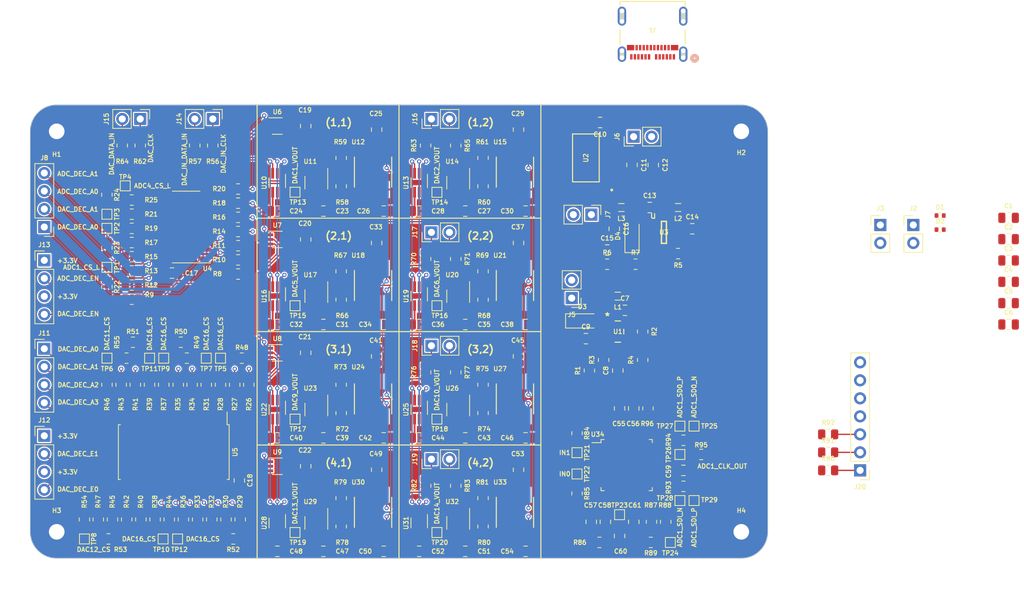
<source format=kicad_pcb>
(kicad_pcb (version 20221018) (generator pcbnew)
  (layers (0 "F.Cu" signal) (31 "B.Cu" signal) (34 "B.Paste" user) (35 "F.Paste" user) (36 "B.SilkS" user "B.Silkscreen") (37 "F.SilkS" user "F.Silkscreen") (38 "B.Mask" user) (39 "F.Mask" user) (44 "Edge.Cuts" user))
  (net 0 "")
  (net 1 "+5V")
  (net 2 "GND")
  (net 3 "/ADC/ADC1_VDDLBYP")
  (net 4 "+15V")
  (net 5 "-15V")
  (net 6 "/ADC/ADC1_EXTERNAL_REFIN")
  (net 7 "/ADC/ADC1_REF")
  (net 8 "+3.3V")
  (net 9 "DAC_DECODER_A0")
  (net 10 "DAC_DECODER_A1")
  (net 11 "DAC_DECODER_A2")
  (net 12 "DAC_DECODER_A3")
  (net 13 "/ANALOG MULTIPLIER 2/GPIO_SW5_POLARITY_R")
  (net 14 "/ANALOG MULTIPLIER 2/GPIO_SW6_POLARITY_R")
  (net 15 "/ANALOG MULTIPLIER 3/GPIO_SW9_POLARITY_R")
  (net 16 "/ANALOG MULTIPLIER 3/GPIO_SW10_POLARITY_R")
  (net 17 "/ANALOG MULTIPLIER 4/GPIO_SW13_POLARITY_R")
  (net 18 "/ANALOG MULTIPLIER 4/GPIO_SW14_POLARITY_R")
  (net 19 "/ANALOG MULTIPLIER 2/MULT5_Y1")
  (net 20 "/ANALOG MULTIPLIER 2/MULT6_Y1")
  (net 21 "/ANALOG MULTIPLIER 2/MULT5_Y2")
  (net 22 "/ANALOG MULTIPLIER 2/MULT6_Y2")
  (net 23 "/DECODER 1/TP_ADC1_CS_L")
  (net 24 "/DECODER 1/TP_ADC2_CS_L")
  (net 25 "/DECODER 1/TP_ADC3_CS_L")
  (net 26 "/DECODER 1/TP_ADC4_CS_L")
  (net 27 "/ANALOG MULTIPLIER 3/MULT9_Y1")
  (net 28 "/ANALOG MULTIPLIER 3/MULT10_Y1")
  (net 29 "/ANALOG MULTIPLIER 3/MULT9_Y2")
  (net 30 "/ANALOG MULTIPLIER 3/MULT10_Y2")
  (net 31 "/ANALOG MULTIPLIER 4/MULT13_Y1")
  (net 32 "/ANALOG MULTIPLIER 4/MULT14_Y1")
  (net 33 "/ANALOG MULTIPLIER 4/MULT13_Y2")
  (net 34 "/ANALOG MULTIPLIER 4/MULT14_Y2")
  (net 35 "/ADC/ADC1_CS_L_R")
  (net 36 "/ADC/ADC1_SCLK_R")
  (net 37 "/ADC/ADC1_SDI_R")
  (net 38 "/ADC/ADC1_SDO_CH0_R")
  (net 39 "/POWER/CUK1_LX")
  (net 40 "/POWER/CUK1_LX_C")
  (net 41 "/POWER/PN15V0_CUK")
  (net 42 "/POWER/CUK1_FB")
  (net 43 "/POWER/PP15V0_BOOST")
  (net 44 "/POWER/BOOST1_FB")
  (net 45 "/ADC/ADC1_EXTERN_REF")
  (net 46 "/ADC/ADC1_POWER_DOWN")
  (net 47 "/POWER/BOOST1_LX")
  (net 50 "/USBC RECEPTACLE/PP5V0_USBC")
  (net 65 "/DECODER 1/DAC_IN_DECODER_EN_L")
  (net 66 "/DECODER 1/ADC_DECODER_EN_L")
  (net 67 "/DECODER 2/DAC_DECODER_E1_L")
  (net 68 "/DECODER 2/DAC_DECODER_E0_L")
  (net 69 "/ADC/ADC1_SDO_CH1_R")
  (net 70 "/ADC/TP_ADC1_CLK_OUT_R")
  (net 71 "/DECODER 1/DAC_IN_DECODER_A0")
  (net 72 "/DECODER 1/DAC_IN_DECODER_A1")
  (net 73 "/DECODER 1/ADC_DECODER_A0")
  (net 74 "/DECODER 1/ADC_DECODER_A1")
  (net 75 "/DAC INPUTS/DAC_IN_CLK_R")
  (net 76 "/DAC INPUTS/DAC_IN_DATA_IN_R")
  (net 77 "/ANALOG MULTIPLIER 1/DAC_CLK_R")
  (net 78 "/ANALOG MULTIPLIER 1/DAC_DATA_IN_R")
  (net 79 "/ANALOG MULTIPLIER 1/GPIO_SW1_POLARITY_R")
  (net 80 "/ANALOG MULTIPLIER 1/GPIO_SW2_POLARITY_R")
  (net 81 "/ADC/ADC1_BUSY_OUT_R")
  (net 82 "DAC1_CS_L")
  (net 83 "DAC2_CS_L")
  (net 84 "DAC5_CS_L")
  (net 85 "DAC6_CS_L")
  (net 86 "DAC9_CS_L")
  (net 87 "DAC10_CS_L")
  (net 88 "DAC13_CS_L")
  (net 89 "DAC14_CS_L")
  (net 90 "DAC_IN_CLK")
  (net 91 "DAC_IN_DATA_IN")
  (net 92 "DAC_CLK")
  (net 93 "DAC_DATA_IN")
  (net 94 "/ANALOG MULTIPLIER 2/GPIO_SW5_POLARITY")
  (net 95 "/ANALOG MULTIPLIER 2/GPIO_SW6_POLARITY")
  (net 96 "/ANALOG MULTIPLIER 3/GPIO_SW9_POLARITY")
  (net 97 "/ANALOG MULTIPLIER 3/GPIO_SW10_POLARITY")
  (net 98 "/USBC RECEPTACLE/PP5V0_BARREL")
  (net 99 "/POWER/PP3V3_LDO")
  (net 100 "/ANALOG MULTIPLIER 1/MULT1_Y1")
  (net 101 "/ANALOG MULTIPLIER 1/MULT1_Y2")
  (net 102 "/ANALOG MULTIPLIER 1/MULT2_Y1")
  (net 103 "/ANALOG MULTIPLIER 1/MULT2_Y2")
  (net 104 "/ANALOG MULTIPLIER 4/GPIO_SW13_POLARITY")
  (net 105 "/ANALOG MULTIPLIER 4/GPIO_SW14_POLARITY")
  (net 106 "/ADC/TP_ADC1_SDO_N")
  (net 107 "/ADC/TP_ADC1_SDO_P")
  (net 108 "/ADC/TP_ADC1_SDI_N")
  (net 109 "/ADC/TP_ADC1_SDI_P")
  (net 110 "/ANALOG MULTIPLIER 2/DAC5_VOUT")
  (net 111 "/ANALOG MULTIPLIER 2/DAC6_VOUT")
  (net 112 "/ANALOG MULTIPLIER 3/DAC10_VOUT")
  (net 113 "/ANALOG MULTIPLIER 3/DAC9_VOUT")
  (net 114 "/ANALOG MULTIPLIER 4/DAC14_VOUT")
  (net 115 "/ANALOG MULTIPLIER 4/DAC13_VOUT")
  (net 116 "MULT1_OUT")
  (net 117 "MULT2_OUT")
  (net 118 "MULT5_OUT")
  (net 119 "MULT6_OUT")
  (net 120 "MULT9_OUT")
  (net 121 "MULT10_OUT")
  (net 122 "MULT13_OUT")
  (net 123 "MULT14_OUT")
  (net 124 "IN1")
  (net 125 "IN2")
  (net 126 "IN3")
  (net 127 "IN4")
  (net 128 "ADC1_CS_L")
  (net 129 "ADC1_SCLK")
  (net 130 "ADC1_SDI")
  (net 131 "ADC1_SDO_CH0")
  (net 132 "ADC1_SDO_CH1")
  (net 133 "/DECODER 1/ADC3_CS_L_R")
  (net 134 "TP_ADC1_CLK_OUT")
  (net 135 "/DECODER 1/ADC4_CS_L_R")
  (net 136 "ADC1_BUSY_OUT")
  (net 137 "/DECODER 2/DAC1_CS_L_R")
  (net 138 "/ADC/IN1")
  (net 139 "/DECODER 2/DAC2_CS_L_R")
  (net 140 "/ADC/IN0")
  (net 141 "/DECODER 2/DAC3_CS_L_R")
  (net 142 "/DECODER 2/DAC3_CS_L")
  (net 143 "/DECODER 2/DAC4_CS_L_R")
  (net 144 "/DECODER 2/DAC4_CS_L")
  (net 145 "/DECODER 2/DAC5_CS_L_R")
  (net 146 "Net-(U34-LVDS{slash}*CMOS)")
  (net 147 "/DECODER 2/DAC6_CS_L_R")
  (net 148 "/DECODER 2/DAC7_CS_L_R")
  (net 149 "/DECODER 2/DAC7_CS_L")
  (net 150 "/DECODER 2/DAC8_CS_L_R")
  (net 151 "/DECODER 2/DAC8_CS_L")
  (net 152 "/DECODER 2/DAC9_CS_L_R")
  (net 153 "/DECODER 2/DAC10_CS_L_R")
  (net 154 "/DECODER 2/DAC11_CS_L_R")
  (net 155 "/DECODER 2/DAC11_CS_L")
  (net 156 "/DECODER 2/DAC12_CS_L")
  (net 157 "/DECODER 2/DAC12_CS_L_R")
  (net 158 "/DECODER 2/DAC13_CS_L_R")
  (net 159 "/DECODER 2/DAC14_CS_L_R")
  (net 160 "/DECODER 2/DAC15_CS_L")
  (net 161 "/DECODER 2/DAC15_CS_L_R")
  (net 162 "/DECODER 2/DAC16_CS_L")
  (net 163 "/DECODER 2/DAC16_CS_L_R")
  (net 164 "/DECODER 1/ADC1_CS_L_R")
  (net 165 "/DECODER 1/ADC2_CS_L_R")
  (net 166 "DAC_IN4_CS_L")
  (net 167 "/DECODER 1/DAC_IN4_CS_L_R")
  (net 168 "DAC_IN3_CS_L")
  (net 169 "/DECODER 1/DAC_IN3_CS_L_R")
  (net 170 "DAC_IN2_CS_L")
  (net 171 "/DECODER 1/DAC_IN2_CS_L_R")
  (net 172 "DAC_IN1_CS_L")
  (net 173 "/DECODER 1/DAC_IN1_CS_L_R")
  (net 174 "/ANALOG MULTIPLIER 1/GPIO_SW1_POLARITY")
  (net 175 "/ANALOG MULTIPLIER 1/GPIO_SW2_POLARITY")
  (net 176 "/POWER/BOOST1_FB_R")
  (net 177 "/POWER/BOOST1_SHDN")
  (net 178 "/POWER/CUK1_SHDN")
  (net 179 "/ANALOG MULTIPLIER 1/DAC1_VOUT")
  (net 180 "/ANALOG MULTIPLIER 1/DAC2_VOUT")
  (footprint "fydp:R_8_ADI" (layer "F.Cu") (at 157.845951 126.5 90)
    (fp_text reference "U30")
    (fp_text value "AD633ARZ-R7")
  )
  (footprint "Resistor_SMD:R_0805_2012Metric" (layer "F.Cu") (at 138.825 88.885)
    (fp_text reference "R11")
    (fp_text value "4.7k")
  )
  (footprint "Connector_PinHeader_2.54mm:PinHeader_1x02_P2.54mm_Vertical" (layer "F.Cu") (at 166.070951 119 90)
    (fp_text reference "J19")
    (fp_text value "Conn_01x02_Pin")
  )
  (footprint "Capacitor_SMD:C_0805_2012Metric" (layer "F.Cu") (at 192.595951 111.8375 90)
    (fp_text reference "C55")
    (fp_text value "0.1uF")
  )
  (footprint "Connector_PinHeader_2.54mm:PinHeader_1x04_P2.54mm_Vertical" (layer "F.Cu") (at 111.5 90.95)
    (fp_text reference "J13")
    (fp_text value "Conn_01x04_Pin")
  )
  (footprint "Resistor_SMD:R_0805_2012Metric" (layer "F.Cu") (at 190.845951 91.5)
    (fp_text reference "R6")
    (fp_text value "40.2k")
  )
  (footprint "Resistor_SMD:R_0805_2012Metric" (layer "F.Cu") (at 124 102.5056 180)
    (fp_text reference "R51")
    (fp_text value "4.7k")
  )
  (footprint "Capacitor_SMD:C_0805_2012Metric" (layer "F.Cu") (at 178.345951 72.5 90)
    (fp_text reference "C29")
    (fp_text value "0.1uF")
  )
  (footprint "Resistor_SMD:R_0805_2012Metric" (layer "F.Cu") (at 123.825 90.44 180)
    (fp_text reference "R15")
    (fp_text value "100")
  )
  (footprint "Capacitor_SMD:C_0805_2012Metric" (layer "F.Cu") (at 164.345951 84)
    (fp_text reference "C28")
    (fp_text value "0.1uF")
  )
  (footprint "Connector_PinHeader_2.54mm:PinHeader_1x02_P2.54mm_Vertical" (layer "F.Cu") (at 166.070951 103 90)
    (fp_text reference "J18")
    (fp_text value "Conn_01x02_Pin")
  )
  (footprint "Capacitor_SMD:C_0805_2012Metric" (layer "F.Cu") (at 144.345951 84)
    (fp_text reference "C24")
    (fp_text value "0.1uF")
  )
  (footprint "Resistor_SMD:R_0805_2012Metric" (layer "F.Cu") (at 135.115 127.5056 -90)
    (fp_text reference "R32")
    (fp_text value "4.7k")
  )
  (footprint "Capacitor_SMD:C_0805_2012Metric" (layer "F.Cu") (at 191.845951 86.5 -90)
    (fp_text reference "C16")
    (fp_text value "22uF")
  )
  (footprint "Resistor_SMD:R_0805_2012Metric" (layer "F.Cu") (at 222 115.5)
    (fp_text reference "R92")
    (fp_text value "100")
  )
  (footprint "Capacitor_SMD:C_0805_2012Metric" (layer "F.Cu") (at 170.845951 132)
    (fp_text reference "C51")
    (fp_text value "0.01uF")
  )
  (footprint "Resistor_SMD:R_0805_2012Metric" (layer "F.Cu") (at 199.095951 127.8375 -90)
    (fp_text reference "R88")
    (fp_text value "0")
  )
  (footprint "Package_SO:SO-16_3.9x9.9mm_P1.27mm" (layer "F.Cu") (at 131.5 86.25 180)
    (fp_text reference "U4")
    (fp_text value "74HC139N")
  )
  (footprint "Capacitor_SMD:C_0805_2012Metric" (layer "F.Cu") (at 201.595951 120.5875)
    (fp_text reference "C59")
    (fp_text value "0.1uF")
  )
  (footprint "Resistor_SMD:R_0805_2012Metric" (layer "F.Cu") (at 173.345951 76.5 90)
    (fp_text reference "R61")
    (fp_text value "1K")
  )
  (footprint "Resistor_SMD:R_0805_2012Metric" (layer "F.Cu") (at 189.75 130.75 180)
    (fp_text reference "R86")
    (fp_text value "0")
  )
  (footprint "TestPoint:TestPoint_Pad_1.0x1.0mm" (layer "F.Cu") (at 120.335 104.751551 -90)
    (fp_text reference "TP6")
    (fp_text value "TestPoint")
  )
  (footprint "Capacitor_SMD:C_0805_2012Metric" (layer "F.Cu") (at 194.595951 127.8375 -90)
    (fp_text reference "C61")
    (fp_text value "47uF")
  )
  (footprint "Resistor_SMD:R_0805_2012Metric" (layer "F.Cu") (at 131.595 104.751551 180)
    (fp_text reference "R49")
    (fp_text value "4.7k")
  )
  (footprint "Resistor_SMD:R_0805_2012Metric" (layer "F.Cu") (at 127.115 127.5056 90)
    (fp_text reference "R38")
    (fp_text value "100")
  )
  (footprint "Connector_PinHeader_2.54mm:PinHeader_1x04_P2.54mm_Vertical" (layer "F.Cu") (at 111.5 103.42)
    (fp_text reference "J11")
    (fp_text value "Conn_01x04_Pin")
  )
  (footprint "Resistor_SMD:R_0805_2012Metric" (layer "F.Cu") (at 140.335 108.5056 90)
    (fp_text reference "R26")
    (fp_text value "100")
  )
  (footprint "TestPoint:TestPoint_Pad_1.0x1.0mm" (layer "F.Cu") (at 166.845951 129.35)
    (fp_text reference "TP20")
    (fp_text value "TestPoint")
  )
  (footprint "Capacitor_SMD:C_0805_2012Metric" (layer "F.Cu") (at 150.845951 132)
    (fp_text reference "C47")
    (fp_text value "0.01uF")
  )
  (footprint "fydp:MF05A" (layer "F.Cu") (at 192.345951 101)
    (fp_text reference "U1")
    (fp_text value "LM2733YMFX/NOPB")
  )
  (footprint "TestPoint:TestPoint_Pad_1.0x1.0mm" (layer "F.Cu") (at 128.335 104.751551 -90)
    (fp_text reference "TP9")
    (fp_text value "TestPoint")
  )
  (footprint "Resistor_SMD:R_0805_2012Metric" (layer "F.Cu") (at 129.115 127.5056 -90)
    (fp_text reference "R44")
    (fp_text value "4.7k")
  )
  (footprint "Resistor_SMD:R_0805_2012Metric" (layer "F.Cu") (at 126.335 108.5056 90)
    (fp_text reference "R39")
    (fp_text value "100")
  )
  (footprint "Resistor_SMD:R_0805_2012Metric" (layer "F.Cu") (at 125.025 74.75 90)
    (fp_text reference "R62")
    (fp_text value "100")
  )
  (footprint "Package_TO_SOT_SMD:SOT-363_SC-70-6_Handsoldering" (layer "F.Cu") (at 144.345951 128 -90)
    (fp_text reference "U28")
    (fp_text value "LTC2630ISC6-LZ8-TRMPBF")
  )
  (footprint "Capacitor_SMD:C_0805_2012Metric" (layer "F.Cu") (at 194.595951 111.8375 90)
    (fp_text reference "C56")
    (fp_text value "2.2uF")
  )
  (footprint "TestPoint:TestPoint_Pad_1.0x1.0mm" (layer "F.Cu") (at 203.095951 114.3375)
    (fp_text reference "TP25")
    (fp_text value "TestPoint")
  )
  (footprint "Resistor_SMD:R_0805_2012Metric" (layer "F.Cu") (at 123.825 82.44)
    (fp_text reference "R25")
    (fp_text value "4.7k")
  )
  (footprint "Resistor_SMD:R_0805_2012Metric" (layer "F.Cu") (at 194.845951 91.5)
    (fp_text reference "R7")
    (fp_text value "3.6k")
  )
  (footprint "Capacitor_SMD:C_0805_2012Metric" (layer "F.Cu") (at 148.345951 120 90)
    (fp_text reference "C22")
    (fp_text value "0.1uF")
  )
  (footprint "Capacitor_SMD:C_0805_2012Metric" (layer "F.Cu") (at 164.345951 132)
    (fp_text reference "C52")
    (fp_text value "0.1uF")
  )
  (footprint "Package_TO_SOT_SMD:SOT-23-6_Handsoldering" (layer "F.Cu") (at 149.845951 80 -90)
    (fp_text reference "U11")
    (fp_text value "SN74LVC1G3157DCKR")
  )
  (footprint "Resistor_SMD:R_0805_2012Metric" (layer "F.Cu") (at 120.325 94.69 -90)
    (fp_text reference "R22")
    (fp_text value "4.7k")
  )
  (footprint "Resistor_SMD:R_0805_2012Metric" (layer "F.Cu") (at 134.335 108.5056 90)
    (fp_text reference "R31")
    (fp_text value "100")
  )
  (footprint "Resistor_SMD:R_0805_2012Metric" (layer "F.Cu") (at 136.335 108.5056 90)
    (fp_text reference "R28")
    (fp_text value "100")
  )
  (footprint "Resistor_SMD:R_0805_2012Metric" (layer "F.Cu") (at 165.25 90.75 90)
    (fp_text reference "R70")
    (fp_text value "100")
  )
  (footprint "fydp:R_8_ADI" (layer "F.Cu") (at 157.845951 110.5 90)
    (fp_text reference "U24")
    (fp_text value "AD633ARZ-R7")
  )
  (footprint "fydp:R_8_ADI" (layer "F.Cu") (at 177.845951 94.5 90)
    (fp_text reference "U21")
    (fp_text value "AD633ARZ-R7")
  )
  (footprint "Package_TO_SOT_SMD:SOT-23-6_Handsoldering" (layer "F.Cu") (at 149.845951 96 -90)
    (fp_text reference "U17")
    (fp_text value "SN74LVC1G3157DCKR")
  )
  (footprint "Capacitor_SMD:C_0805_2012Metric" (layer "F.Cu") (at 193.345951 98)
    (fp_text reference "C7")
    (fp_text value "2.2uF")
  )
  (footprint "Capacitor_SMD:C_0805_2012Metric" (layer "F.Cu") (at 192.345951 106.5 90)
    (fp_text reference "C8")
    (fp_text value "130pF")
  )
  (footprint "TestPoint:TestPoint_Pad_1.0x1.0mm" (layer "F.Cu") (at 128.25 130.2556 -90)
    (fp_text reference "TP10")
    (fp_text value "TestPoint")
  )
  (footprint "Capacitor_SMD:C_0805_2012Metric" (layer "F.Cu") (at 192.595951 129.8375 -90)
    (fp_text reference "C60")
    (fp_text value "0.1uF")
  )
  (footprint "Inductor_SMD:L_0805_2012Metric" (layer "F.Cu") (at 192.345951 96 180)
    (fp_text reference "L1")
    (fp_text value "10uH")
  )
  (footprint "TestPoint:TestPoint_Pad_1.0x1.0mm" (layer "F.Cu") (at 136.345 104.751551 -90)
    (fp_text reference "TP5")
    (fp_text value "TestPoint")
  )
  (footprint "Resistor_SMD:R_0805_2012Metric" (layer "F.Cu") (at 130.75 102.501551)
    (fp_text reference "R50")
    (fp_text value "4.7k")
  )
  (footprint "TestPoint:TestPoint_Pad_1.0x1.0mm" (layer "F.Cu") (at 146.845951 81.33)
    (fp_text reference "TP13")
    (fp_text value "TestPoint")
  )
  (footprint "Capacitor_SMD:C_0805_2012Metric" (layer "F.Cu") (at 164.345951 116)
    (fp_text reference "C44")
    (fp_text value "0.1uF")
  )
  (footprint "Capacitor_SMD:C_0805_2012Metric" (layer "F.Cu") (at 159.345951 84)
    (fp_text reference "C26")
    (fp_text value "0.1uF")
  )
  (footprint "Capacitor_SMD:C_0805_2012Metric" (layer "F.Cu") (at 129.5 92.75)
    (fp_text reference "C17")
    (fp_text value "0.1uF")
  )
  (footprint "Resistor_SMD:R_0805_2012Metric" (layer "F.Cu") (at 153.345951 108.5 90)
    (fp_text reference "R73")
    (fp_text value "1K")
  )
  (footprint "TestPoint:TestPoint_Pad_1.0x1.0mm" (layer "F.Cu") (at 146.845951 97.35)
    (fp_text reference "TP15")
    (fp_text value "TestPoint")
  )
  (footprint "Capacitor_SMD:C_0805_2012Metric" (layer "F.Cu") (at 190.595951 127.8375 -90)
    (fp_text reference "C58")
    (fp_text value "0.1uF")
  )
  (footprint "Capacitor_SMD:C_0805_2012Metric" (layer "F.Cu") (at 187.845951 102)
    (fp_text reference "C9")
    (fp_text value "10uF")
  )
  (footprint "TestPoint:TestPoint_Pad_1.0x1.0mm" (layer "F.Cu") (at 203.095951 124.8375)
    (fp_text reference "TP29")
    (fp_text value "TestPoint")
  )
  (footprint "Resistor_SMD:R_0805_2012Metric" (layer "F.Cu") (at 153.345951 80.5 -90)
    (fp_text reference "R58")
    (fp_text value "1K")
  )
  (footprint "Package_TO_SOT_SMD:SOT-363_SC-70-6_Handsoldering" (layer "F.Cu") (at 144.345951 104)
    (fp_text reference "U8")
    (fp_text value "LTC2630ISC6-LZ8-TRMPBF")
  )
  (footprint "Capacitor_SMD:C_0805_2012Metric" (layer "F.Cu") (at 159.345951 100)
    (fp_text reference "C34")
    (fp_text value "0.1uF")
  )
  (footprint "Resistor_SMD:R_0805_2012Metric" (layer "F.Cu") (at 200.845951 90 180)
    (fp_text reference "R5")
    (fp_text value "0")
  )
  (footprint "Capacitor_SMD:C_0805_2012Metric" (layer "F.Cu") (at 150.845951 100)
    (fp_text reference "C31")
    (fp_text value "0.01uF")
  )
  (footprint "Resistor_SMD:R_0805_2012Metric" (layer "F.Cu") (at 130.385 108.5056 90)
    (fp_text reference "R35")
    (fp_text value "100")
  )
  (footprint "Capacitor_SMD:C_0805_2012Metric" (layer "F.Cu") (at 197.345951 77.5 -90)
    (fp_text reference "C12")
    (fp_text value "22uF")
  )
  (footprint "Resistor_SMD:R_0805_2012Metric" (layer "F.Cu") (at 124.335 108.5056 90)
    (fp_text reference "R41")
    (fp_text value "100")
  )
  (footprint "Package_TO_SOT_SMD:SOT-23-6_Handsoldering" (layer "F.Cu") (at 169.845951 128 -90)
    (fp_text reference "U32")
    (fp_text value "SN74LVC1G3157DCKR")
  )
  (footprint "TestPoint:TestPoint_Pad_1.0x1.0mm" (layer "F.Cu") (at 117.155 130.2556 -90)
    (fp_text reference "TP8")
    (fp_text value "TestPoint")
  )
  (footprint "Resistor_SMD:R_0805_2012Metric" (layer "F.Cu") (at 169.5 90.75 90)
    (fp_text reference "R71")
    (fp_text value "100")
  )
  (footprint "Resistor_SMD:R_0805_2012Metric" (layer "F.Cu") (at 165.25 122.75 90)
    (fp_text reference "R82")
    (fp_text value "100")
  )
  (footprint "Connector_PinHeader_2.54mm:PinHeader_1x02_P2.54mm_Vertical" (layer "F.Cu") (at 229.35 85.96)
    (fp_text reference "J3")
    (fp_text value "Conn_01x02_Pin")
  )
  (footprint "Resistor_SMD:R_0805_2012Metric" (layer "F.Cu") (at 173.345951 128.5 -90)
    (fp_text reference "R80")
    (fp_text value "1K")
  )
  (footprint "Connector_PinHeader_2.54mm:PinHeader_1x02_P2.54mm_Vertical" (layer "F.Cu") (at 166.070951 71 90)
    (fp_text reference "J16")
    (fp_text value "Conn_01x02_Pin")
  )
  (footprint "Resistor_SMD:R_0805_2012Metric" (layer "F.Cu") (at 120.335 108.5056 90)
    (fp_text reference "R46")
    (fp_text value "100")
  )
  (footprint "TestPoint:TestPoint_Pad_1.0x1.0mm" (layer "F.Cu") (at 166.845951 81.35)
    (fp_text reference "TP14")
    (fp_text value "TestPoint")
  )
  (footprint "Resistor_SMD:R_0805_2012Metric" (layer "F.Cu") (at 173.345951 112.5 -90)
    (fp_text reference "R74")
    (fp_text value "1K")
  )
  (footprint "Resistor_SMD:R_0805_2012Metric" (layer "F.Cu") (at 197.095951 127.8375 -90)
    (fp_text reference "R87")
    (fp_text value "1K")
  )
  (footprint "Resistor_SMD:R_0805_2012Metric" (layer "F.Cu") (at 165.25 74.75 90)
    (fp_text reference "R63")
    (fp_text value "100")
  )
  (footprint "Resistor_SMD:R_0805_2012Metric" (layer "F.Cu") (at 131.115 127.5056 -90)
    (fp_text reference "R36")
    (fp_text value "4.7k")
  )
  (footprint "Resistor_SMD:R_0805_2012Metric" (layer "F.Cu") (at 122.335 108.5056 90)
    (fp_text reference "R43")
    (fp_text value "100")
  )
  (footprint "Capacitor_SMD:C_0805_2012Metric" (layer "F.Cu") (at 202.845951 86.5)
    (fp_text reference "C14")
    (fp_text value "22uF")
  )
  (footprint "Resistor_SMD:R_0805_2012Metric" (layer "F.Cu") (at 125.115 127.5056 90)
    (fp_text reference "R40")
    (fp_text value "100")
  )
  (footprint "Package_TO_SOT_SMD:SOT-363_SC-70-6_Handsoldering" (layer "F.Cu") (at 144.345951 112 -90)
    (fp_text reference "U22")
    (fp_text value "LTC2630ISC6-LZ8-TRMPBF")
  )
  (footprint "Capacitor_SMD:C_0805_2012Metric" (layer "F.Cu") (at 247.43 100)
    (fp_text reference "C6")
    (fp_text value "4.7uF")
  )
  (footprint "Capacitor_SMD:C_0805_2012Metric" (layer "F.Cu") (at 247.43 84.95)
    (fp_text reference "C1")
    (fp_text value "4.7uF")
  )
  (footprint "MountingHole:MountingHole_2.2mm_M2_Pad_TopBottom" (layer "F.Cu") (at 113.25 72.75)
    (fp_text reference "H1")
    (fp_text value "MountingHole_Pad")
  )
  (footprint "Resistor_SMD:R_0805_2012Metric" (layer "F.Cu") (at 120.325 89.19 -90)
    (fp_text reference "R23")
    (fp_text value "4.7k")
  )
  (footprint "Capacitor_SMD:C_0805_2012Metric" (layer "F.Cu") (at 150.845951 116)
    (fp_text reference "C39")
    (fp_text value "0.01uF")
  )
  (footprint "Diode_SMD:D_SOD-123" (layer "F.Cu") (at 187.345951 99.5)
    (fp_text reference "D3")
    (fp_text value "MBR0530T1G")
  )
  (footprint "Package_TO_SOT_SMD:SOT-23-6_Handsoldering" (layer "F.Cu") (at 149.845951 112 -90)
    (fp_text reference "U23")
    (fp_text value "SN74LVC1G3157DCKR")
  )
  (footprint "Connector_PinHeader_2.54mm:PinHeader_1x02_P2.54mm_Vertical" (layer "F.Cu") (at 194.570951 73.5 90)
    (fp_text reference "J6")
    (fp_text value "Conn_01x02_Pin")
  )
  (footprint "Package_TO_SOT_SMD:SOT-363_SC-70-6_Handsoldering" (layer "F.Cu") (at 144.345951 72)
    (fp_text reference "U6")
    (fp_text value "LTC2630ISC6-LZ8-TRMPBF")
  )
  (footprint "Package_TO_SOT_SMD:SOT-363_SC-70-6_Handsoldering" (layer "F.Cu") (at 144.345951 88)
    (fp_text reference "U7")
    (fp_text value "LTC2630ISC6-LZ8-TRMPBF")
  )
  (footprint "MountingHole:MountingHole_2.2mm_M2_Pad_TopBottom" (layer "F.Cu") (at 209.75 129.25)
    (fp_text reference "H4")
    (fp_text value "MountingHole_Pad")
  )
  (footprint "Connector_PinHeader_2.54mm:PinHeader_1x04_P2.54mm_Vertical" (layer "F.Cu") (at 111.5 115.7)
    (fp_text reference "J12")
    (fp_text value "Conn_01x04_Pin")
  )
  (footprint "Resistor_SMD:R_0805_2012Metric" (layer "F.Cu") (at 132.71 74.75 90)
    (fp_text reference "R57")
    (fp_text value "100")
  )
  (footprint "TestPoint:TestPoint_Pad_1.0x1.0mm" (layer "F.Cu") (at 199.75 130.75)
    (fp_text reference "TP24")
    (fp_text value "TestPoint")
  )
  (footprint "Resistor_SMD:R_0805_2012Metric" (layer "F.Cu") (at 201.595951 122.8375)
    (fp_text reference "R93")
    (fp_text value "100")
  )
  (footprint "Capacitor_SMD:C_0805_2012Metric" (layer "F.Cu") (at 148.345951 88 90)
    (fp_text reference "C20")
    (fp_text value "0.1uF")
  )
  (footprint "Resistor_SMD:R_0805_2012Metric" (layer "F.Cu") (at 122.485 74.75 90)
    (fp_text reference "R64")
    (fp_text value "100")
  )
  (footprint "Capacitor_SMD:C_0805_2012Metric" (layer "F.Cu") (at 247.43 93.98)
    (fp_text reference "C4")
    (fp_text value "4.7uF")
  )
  (footprint "Resistor_SMD:R_0805_2012Metric" (layer "F.Cu") (at 137.115 127.5056 -90)
    (fp_text reference "R30")
    (fp_text value "4.7k")
  )
  (footprint "Capacitor_SMD:C_0805_2012Metric" (layer "F.Cu") (at 164.345951 100)
    (fp_text reference "C36")
    (fp_text value "0.1uF")
  )
  (footprint "Resistor_SMD:R_0805_2012Metric" (layer "F.Cu") (at 139.345 104.751551)
    (fp_text reference "R48")
    (fp_text value "4.7k")
  )
  (footprint "Package_TO_SOT_SMD:SOT-363_SC-70-6_Handsoldering" (layer "F.Cu") (at 164.345951 96 -90)
    (fp_text reference "U19")
    (fp_text value "LTC2630ISC6-LZ8-TRMPBF")
  )
  (footprint "fydp:R_8_ADI" (layer "F.Cu") (at 177.845951 110.5 90)
    (fp_text reference "U27")
    (fp_text value "AD633ARZ-R7")
  )
  (footprint "TestPoint:TestPoint_Pad_1.0x1.0mm" (layer "F.Cu") (at 122.9125 80.44 180)
    (fp_text reference "TP4")
    (fp_text value "TestPoint")
  )
  (footprint "Connector_PinHeader_2.54mm:PinHeader_1x02_P2.54mm_Vertical" (layer "F.Cu") (at 135.25 71 -90)
    (fp_text reference "J14")
    (fp_text value "Conn_01x02_Pin")
  )
  (footprint "Resistor_SMD:R_0805_2012Metric" (layer "F.Cu") (at 222 118.04)
    (fp_text reference "R91")
    (fp_text value "100")
  )
  (footprint "Inductor_SMD:L_0805_2012Metric" (layer "F.Cu") (at 200.845951 83.5 180)
    (fp_text reference "L2")
    (fp_text value "22uH")
  )
  (footprint "Resistor_SMD:R_0805_2012Metric" (layer "F.Cu") (at 165.25 106.75 90)
    (fp_text reference "R76")
    (fp_text value "100")
  )
  (footprint "Resistor_SMD:R_0805_2012Metric" (layer "F.Cu") (at 169.5 74.75 90)
    (fp_text reference "R65")
    (fp_text value "100")
  )
  (footprint "Resistor_SMD:R_0805_2012Metric" (layer "F.Cu") (at 135.25 74.75 90)
    (fp_text reference "R56")
    (fp_text value "100")
  )
  (footprint "Resistor_SMD:R_0805_2012Metric" (layer "F.Cu") (at 123.825 84.44 180)
    (fp_text reference "R21")
    (fp_text value "100")
  )
  (footprint "Package_SO:SOP-24_7.5x15.4mm_P1.27mm" (layer "F.Cu") (at 129.75 118.0056 -90)
    (fp_text reference "U5")
    (fp_text value "74HC154D")
  )
  (footprint "Resistor_SMD:R_0805_2012Metric" (layer "F.Cu") (at 173.345951 108.5 90)
    (fp_text reference "R75")
    (fp_text value "1K")
  )
  (footprint "Capacitor_SMD:C_0805_2012Metric" (layer "F.Cu") (at 196.845951 83.5)
    (fp_text reference "C13")
    (fp_text value "2.2uF")
  )
  (footprint "Package_QFP:LQFP-48_7x7mm_P0.5mm" (layer "F.Cu") (at 193.595951 119.8375)
    (fp_text reference "U34")
    (fp_text value "LTC2353ILX-16-PBF")
  )
  (footprint "Resistor_SMD:R_0805_2012Metric" (layer "F.Cu") (at 117.155 127.5056 90)
    (fp_text reference "R54")
    (fp_text value "4.7k")
  )
  (footprint "Resistor_SMD:R_0805_2012Metric" (layer "F.Cu") (at 119.115 127.5056 90)
    (fp_text reference "R47")
    (fp_text value "100")
  )
  (footprint "Capacitor_SMD:C_0805_2012Metric" (layer "F.Cu") (at 170.845951 100)
    (fp_text reference "C35")
    (fp_text value "0.01uF")
  )
  (footprint "Resistor_SMD:R_0805_2012Metric" (layer "F.Cu") (at 138.825 80.885 180)
    (fp_text reference "R20")
    (fp_text value "100")
  )
  (footprint "TestPoint:TestPoint_Pad_1.0x1.0mm" (layer "F.Cu") (at 166.845951 97.35)
    (fp_text reference "TP16")
    (fp_text value "TestPoint")
  )
  (footprint "Connector_PinHeader_2.54mm:PinHeader_1x04_P2.54mm_Vertical" (layer "F.Cu") (at 111.5 86.25 180)
    (fp_text reference "J8")
    (fp_text value "Conn_01x04_Pin")
  )
  (footprint "Capacitor_SMD:C_0805_2012Metric" (layer "F.Cu") (at 144.345951 132)
    (fp_text reference "C48")
    (fp_text value "0.1uF")
  )
  (footprint "Resistor_SMD:R_0805_2012Metric" (layer "F.Cu") (at 120.325 81.69 90)
    (fp_text reference "R24")
    (fp_text value "4.7k")
  )
  (footprint "Resistor_SMD:R_0805_2012Metric" (layer "F.Cu") (at 153.345951 92.5 90)
    (fp_text reference "R67")
    (fp_text value "1K")
  )
  (footprint "Resistor_SMD:R_0805_2012Metric" (layer "F.Cu") (at 123.825 92.44 180)
    (fp_text reference "R13")
    (fp_text value "4.7k")
  )
  (footprint "Package_TO_SOT_SMD:SOT-23-6_Handsoldering" (layer "F.Cu") (at 169.845951 96 -90)
    (fp_text reference "U20")
    (fp_text value "SN74LVC1G3157DCKR")
  )
  (footprint "fydp:DBV0005A_L" (layer "F.Cu") (at 198.845951 87)
    (fp_text reference "U3")
    (fp_text value "LM2611BMF/NOPB")
  )
  (footprint "Package_TO_SOT_SMD:SOT-363_SC-70-6_Handsoldering" (layer "F.Cu") (at 144.345951 80 -90)
    (fp_text reference "U10")
    (fp_text value "LTC2630ISC6-LZ8-TRMPBF")
  )
  (footprint "Capacitor_SMD:C_0805_2012Metric" (layer "F.Cu") (at 179.345951 84)
    (fp_text reference "C30")
    (fp_text value "0.1uF")
  )
  (footprint "Package_TO_SOT_SMD:SOT-23-6_Handsoldering" (layer "F.Cu") (at 149.845951 128 -90)
    (fp_text reference "U29")
    (fp_text value "SN74LVC1G3157DCKR")
  )
  (footprint "Capacitor_SMD:C_0805_2012Metric" (layer "F.Cu") (at 179.345951 100)
    (fp_text reference "C38")
    (fp_text value "0.1uF")
  )
  (footprint "Resistor_SMD:R_0805_2012Metric" (layer "F.Cu") (at 204.095951 118.3375)
    (fp_text reference "R95")
    (fp_text value "100")
  )
  (footprint "Resistor_SMD:R_0805_2012Metric" (layer "F.Cu") (at 138.825 82.885 180)
    (fp_text reference "R18")
    (fp_text value "100")
  )
  (footprint "TestPoint:TestPoint_Pad_1.0x1.0mm" (layer "F.Cu") (at 192.595951 126.8375)
    (fp_text reference "TP23")
    (fp_text value "TestPoint")
  )
  (footprint "TestPoint:TestPoint_Pad_1.0x1.0mm" (layer "F.Cu") (at 166.845951 113.35)
    (fp_text reference "TP18")
    (fp_text value "TestPoint")
  )
  (footprint "Package_TO_SOT_SMD:SOT-363_SC-70-6_Handsoldering" (layer "F.Cu") (at 164.345951 128 -90)
    (fp_text reference "U31")
    (fp_text value "LTC2630ISC6-LZ8-TRMPBF")
  )
  (footprint "Capacitor_SMD:C_0805_2012Metric" (layer "F.Cu") (at 144.345951 116)
    (fp_text reference "C40")
    (fp_text value "0.1uF")
  )
  (footprint "TestPoint:TestPoint_Pad_1.0x1.0mm" (layer "F.Cu") (at 120.325 91.94 180)
    (fp_text reference "TP1")
    (fp_text value "TestPoint")
  )
  (footprint "Resistor_SMD:R_0805_2012Metric" (layer "F.Cu") (at 138.825 90.885)
    (fp_text reference "R10")
    (fp_text value "4.7k")
  )
  (footprint "TestPoint:TestPoint_Pad_1.0x1.0mm" (layer "F.Cu") (at 130.29 130.2556 -90)
    (fp_text reference "TP12")
    (fp_text value "TestPoint")
  )
  (footprint "Capacitor_SMD:C_0805_2012Metric" (layer "F.Cu") (at 158.345951 104.5 90)
    (fp_text reference "C41")
    (fp_text value "0.1uF")
  )
  (footprint "TestPoint:TestPoint_Pad_1.0x1.0mm" (layer "F.Cu") (at 201.095951 124.8375)
    (fp_text reference "TP28")
    (fp_text value "TestPoint")
  )
  (footprint "Resistor_SMD:R_0805_2012Metric" (layer "F.Cu") (at 197 130.75)
    (fp_text reference "R89")
    (fp_text value "0")
  )
  (footprint "Capacitor_SMD:C_0805_2012Metric" (layer "F.Cu") (at 148.345951 72 90)
    (fp_text reference "C19")
    (fp_text value "0.1uF")
  )
  (footprint "Resistor_SMD:R_0805_2012Metric" (layer "F.Cu") (at 123.095 104.751551)
    (fp_text reference "R55")
    (fp_text value "4.7k")
  )
  (footprint "Connector_PinHeader_2.54mm:PinHeader_1x02_P2.54mm_Vertical" (layer "F.Cu") (at 185.845951 96.275 180)
    (fp_text reference "J5")
    (fp_text value "Conn_01x02_Pin")
  )
  (footprint "Resistor_SMD:R_0805_2012Metric" (layer "F.Cu") (at 195.845951 101 -90)
    (fp_text reference "R2")
    (fp_text value "0")
  )
  (footprint "Resistor_SMD:R_0805_2012Metric" (layer "F.Cu") (at 153.345951 124.5 90)
    (fp_text reference "R79")
    (fp_text value "1K")
  )
  (footprint "Resistor_SMD:R_0805_2012Metric" (layer "F.Cu") (at 139.115 127.5056 -90)
    (fp_text reference "R29")
    (fp_text value "4.7k")
  )
  (footprint "Resistor_SMD:R_0805_2012Metric" (layer "F.Cu") (at 123.825 88.44 180)
    (fp_text reference "R17")
    (fp_text value "100")
  )
  (footprint "TestPoint:TestPoint_Pad_1.0x1.0mm" (layer "F.Cu") (at 134.335 104.751551 -90)
    (fp_text reference "TP7")
    (fp_text value "TestPoint")
  )
  (footprint "Package_TO_SOT_SMD:SOT-363_SC-70-6_Handsoldering" (layer "F.Cu") (at 144.345951 120)
    (fp_text reference "U9")
    (fp_text value "LTC2630ISC6-LZ8-TRMPBF")
  )
  (footprint "Resistor_SMD:R_0805_2012Metric" (layer "F.Cu") (at 190.345951 105 90)
    (fp_text reference "R3")
    (fp_text value "1.91k")
  )
  (footprint "Resistor_SMD:R_0805_2012Metric" (layer "F.Cu") (at 188.345951 106.5 90)
    (fp_text reference "R1")
    (fp_text value "147k")
  )
  (footprint "Resistor_SMD:R_0805_2012Metric" (layer "F.Cu") (at 169.5 122.75 90)
    (fp_text reference "R83")
    (fp_text value "100")
  )
  (footprint "Capacitor_SMD:C_0805_2012Metric" (layer "F.Cu") (at 247.43 87.96)
    (fp_text reference "C2")
    (fp_text value "4.7uF")
  )
  (footprint "Resistor_SMD:R_0805_2012Metric" (layer "F.Cu") (at 186.595951 123.8375 -90)
    (fp_text reference "R85")
    (fp_text value "4.7k")
  )
  (footprint "TestPoint:TestPoint_Pad_1.0x1.0mm" (layer "F.Cu") (at 186.595951 121.0875)
    (fp_text reference "TP22")
    (fp_text value "TestPoint")
  )
  (footprint "Diode_SMD:D_SOD-123" (layer "F.Cu") (at 194.345951 87.5 90)
    (fp_text reference "D4")
    (fp_text value "MBR0530T1G")
  )
  (footprint "Capacitor_SMD:C_0805_2012Metric" (layer "F.Cu") (at 190.845951 89.5)
    (fp_text reference "C15")
    (fp_text value "1nF")
  )
  (footprint "fydp:R_8_ADI" (layer "F.Cu") (at 177.845951 126.5 90)
    (fp_text reference "U33")
    (fp_text value "AD633ARZ-R7")
  )
  (footprint "Resistor_SMD:R_0805_2012Metric" (layer "F.Cu") (at 123.825 96.44 180)
    (fp_text reference "R9")
    (fp_text value "4.7k")
  )
  (footprint "fydp:CONN_105450-0101_MOL" (layer "F.Cu") (at 197.25 58.5 180)
    (fp_text reference "J1")
    (fp_text value "1054500101")
    (fp_line (start -4.320002 -2.8654) (end -4.320002 -3.856) (stroke (width 0.6604)) (layer "Edge.Cuts"))
    (fp_line (start -4.320002 2.7486) (end -4.320002 1.25) (stroke (width 0.6604)) (layer "Edge.Cuts"))
    (fp_line (start 4.320002 -2.8654) (end 4.320002 -3.856) (stroke (width 0.6604)) (layer "Edge.Cuts"))
    (fp_line (start 4.320002 2.7486) (end 4.320002 1.25) (stroke (width 0.6604)) (layer "Edge.Cuts"))
  )
  (footprint "Resistor_SMD:R_0805_2012Metric" (layer "F.Cu") (at 222 120.58)
    (fp_text reference "R90")
    (fp_text value "100")
  )
  (footprint "Capacitor_SMD:C_0805_2012Metric" (layer "F.Cu") (at 159.345951 132)
    (fp_text reference "C50")
    (fp_text value "0.1uF")
  )
  (footprint "TestPoint:TestPoint_Pad_1.0x1.0mm" (layer "F.Cu") (at 126.345 104.751551 -90)
    (fp_text reference "TP11")
    (fp_text value "TestPoint")
  )
  (footprint "Capacitor_SMD:C_0805_2012Metric" (layer "F.Cu") (at 178.345951 88.5 90)
    (fp_text reference "C37")
    (fp_text value "0.1uF")
  )
  (footprint "Connector_PinHeader_2.54mm:PinHeader_1x02_P2.54mm_Vertical" (layer "F.Cu") (at 125.025 71 -90)
    (fp_text reference "J15")
    (fp_text value "Conn_01x02_Pin")
  )
  (footprint "Capacitor_SMD:C_0805_2012Metric" (layer "F.Cu") (at 144.345951 100)
    (fp_text reference "C32")
    (fp_text value "0.1uF")
  )
  (footprint "Package_TO_SOT_SMD:SOT-363_SC-70-6_Handsoldering" (layer "F.Cu") (at 164.345951 112 -90)
    (fp_text reference "U25")
    (fp_text value "LTC2630ISC6-LZ8-TRMPBF")
  )
  (footprint "Resistor_SMD:R_0805_2012Metric" (layer "F.Cu") (at 195.845951 105 90)
    (fp_text reference "R4")
    (fp_text value "13.3k")
  )
  (footprint "Resistor_SMD:R_0805_2012Metric" (layer "F.Cu") (at 138.135 130.2556)
    (fp_text reference "R52")
    (fp_text value "4.7k")
  )
  (footprint "Resistor_SMD:R_0805_2012Metric" (layer "F.Cu") (at 201.595951 116.3375)
    (fp_text reference "R94")
    (fp_text value "100")
  )
  (footprint "Resistor_SMD:R_0805_2012Metric" (layer "F.Cu") (at 173.345951 80.5 -90)
    (fp_text reference "R60")
    (fp_text value "1K")
  )
  (footprint "Connector_PinHeader_2.54mm:PinHeader_1x02_P2.54mm_Vertical" (layer "F.Cu") (at 188.620951 84.5 -90)
    (fp_text reference "J7")
    (fp_text value "Conn_01x02_Pin")
  )
  (footprint "Resistor_SMD:R_0805_2012Metric" (layer "F.Cu") (at 138.825 92.885)
    (fp_text reference "R8")
    (fp_text value "4.7k")
  )
  (footprint "TestPoint:TestPoint_Pad_1.0x1.0mm" (layer "F.Cu") (at 186.595951 118.0875 180)
    (fp_text reference "TP21")
    (fp_text value "TestPoint")
  )
  (footprint "Resistor_SMD:R_0805_2012Metric" (layer "F.Cu") (at 133.115 127.5056 -90)
    (fp_text reference "R33")
    (fp_text value "4.7k")
  )
  (footprint "Capacitor_SMD:C_0805_2012Metric" (layer "F.Cu") (at 188.595951 127.8375 -90)
    (fp_text reference "C57")
    (fp_text value "0.1uF")
  )
  (footprint "fydp:R_8_ADI" (layer "F.Cu") (at 157.845951 78.5 90)
    (fp_text reference "U12")
    (fp_text value "AD633ARZ-R7")
  )
  (footprint "Resistor_SMD:R_0805_2012Metric" (layer "F.Cu") (at 138.335 108.5056 90)
    (fp_text reference "R27")
    (fp_text value "100")
  )
  (footprint "Capacitor_SMD:C_0805_2012Metric" (layer "F.Cu") (at 247.43 96.99)
    (fp_text reference "C5")
    (fp_text value "4.7uF")
  )
  (footprint "Capacitor_SMD:C_0805_2012Metric" (layer "F.Cu") (at 170.845951 84)
    (fp_text reference "C27")
    (fp_text value "0.01uF")
  )
  (footprint "Resistor_SMD:R_0805_2012Metric" (layer "F.Cu") (at 153.345951 112.5 -90)
    (fp_text reference "R72")
    (fp_text value "1K")
  )
  (footprint "fydp:R_8_ADI" (layer "F.Cu") (at 177.845951 78.5 90)
    (fp_text reference "U15")
    (fp_text value "AD633ARZ-R7")
  )
  (footprint "Package_TO_SOT_SMD:SOT-363_SC-70-6_Handsoldering" (layer "F.Cu") (at 164.345951 80 -90)
    (fp_text reference "U13")
    (fp_text value "LTC2630ISC6-LZ8-TRMPBF")
  )
  (footprint "Capacitor_SMD:C_0805_2012Metric" (layer "F.Cu") (at 247.43 90.97)
    (fp_text reference "C3")
    (fp_text value "4.7uF")
  )
  (footprint "TestPoint:TestPoint_Pad_1.0x1.0mm" (layer "F.Cu") (at 146.845951 129.35)
    (fp_text reference "TP19")
    (fp_text value "TestPoint")
  )
  (footprint "Capacitor_SMD:C_0805_2012Metric" (layer "F.Cu") (at 178.345951 120.5 90)
    (fp_text reference "C53")
    (fp_text value "0.1uF")
  )
  (footprint "TestPoint:TestPoint_Pad_1.0x1.0mm" (layer "F.Cu") (at 201.095951 114.3375)
    (fp_text reference "TP27")
    (fp_text value "TestPoint")
  )
  (footprint "Resistor_SMD:R_0805_2012Metric" (layer "F.Cu") (at 138.825 86.885 180)
    (fp_text reference "R14")
    (fp_text value "100")
  )
  (footprint "Capacitor_SMD:C_0805_2012Metric" (layer "F.Cu") (at 148.345951 104 90)
    (fp_text reference "C21")
    (fp_text value "0.1uF")
  )
  (footprint "Connector_PinHeader_2.54mm:PinHeader_1x02_P2.54mm_Vertical" (layer "F.Cu") (at 234 85.96)
    (fp_text reference "J2")
    (fp_text value "Conn_01x02_Pin")
  )
  (footprint "MountingHole:MountingHole_2.2mm_M2_Pad_TopBottom" (layer "F.Cu") (at 113.25 129.25)
    (fp_text reference "H3")
    (fp_text value "MountingHole_Pad")
  )
  (footprint "TestPoint:TestPoint_Pad_1.0x1.0mm" (layer "F.Cu") (at 201.095951 118.3375)
    (fp_text reference "TP26")
    (fp_text value "TestPoint")
  )
  (footprint "Package_TO_SOT_SMD:SOT-23-6_Handsoldering" (layer "F.Cu") (at 169.845951 112 -90)
    (fp_text reference "U26")
    (fp_text value "SN74LVC1G3157DCKR")
  )
  (footprint "MountingHole:MountingHole_2.2mm_M2_Pad_TopBottom" (layer "F.Cu") (at 209.75 72.75)
    (fp_text reference "H2")
    (fp_text value "MountingHole_Pad")
  )
  (footprint "Resistor_SMD:R_0402_1005Metric" (layer "F.Cu") (at 237.78 84.63)
    (fp_text reference "D1")
    (fp_text value "TPD1E10B06DPYR")
  )
  (footprint "TestPoint:TestPoint_Pad_1.0x1.0mm" (layer "F.Cu") (at 120.325 86.44 180)
    (fp_text reference "TP2")
    (fp_text value "TestPoint")
  )
  (footprint "Resistor_SMD:R_0805_2012Metric" (layer "F.Cu") (at 196.595951 111.8375 90)
    (fp_text reference "R96")
    (fp_text value "100")
  )
  (footprint "Resistor_SMD:R_0805_2012Metric" (layer "F.Cu") (at 128.335 108.5056 90)
    (fp_text reference "R37")
    (fp_text value "100")
  )
  (footprint "Resistor_SMD:R_0805_2012Metric" (layer "F.Cu") (at 132.335 108.5056 90)
    (fp_text reference "R34")
    (fp_text value "100")
  )
  (footprint "Capacitor_SMD:C_0805_2012Metric" (layer "F.Cu") (at 178.345951 104.5 90)
    (fp_text reference "C45")
    (fp_text value "0.1uF")
  )
  (footprint "Capacitor_SMD:C_0805_2012Metric" (layer "F.Cu") (at 189.845951 71.5 180)
    (fp_text reference "C10")
    (fp_text value "10uF")
  )
  (footprint "Capacitor_SMD:C_0805_2012Metric" (layer "F.Cu") (at 170.845951 116)
    (fp_text reference "C43")
    (fp_text value "0.01uF")
  )
  (footprint "Capacitor_SMD:C_0805_2012Metric" (layer "F.Cu") (at 150.845951 84)
    (fp_text reference "C23")
    (fp_text value "0.01uF")
  )
  (footprint "Resistor_SMD:R_0805_2012Metric" (layer "F.Cu") (at 123.115 127.5056 90)
    (fp_text reference "R42")
    (fp_text value "100")
  )
  (footprint "Resistor_SMD:R_0805_2012Metric" (layer "F.Cu") (at 123.825 86.44 180)
    (fp_text reference "R19")
    (fp_text value "100")
  )
  (footprint "Capacitor_SMD:C_0805_2012Metric" (layer "F.Cu") (at 158.345951 72.5 90)
    (fp_text reference "C25")
    (fp_text value "0.1uF")
  )
  (footprint "Resistor_SMD:R_0805_2012Metric" (layer "F.Cu") (at 173.345951 96.5 -90)
    (fp_text reference "R68")
    (fp_text value "1K")
  )
  (footprint "Resistor_SMD:R_0805_2012Metric" (layer "F.Cu") (at 138.825 84.885 180)
    (fp_text reference "R16")
    (fp_text value "100")
  )
  (footprint "fydp:SOT223_AZ1117I_6P5X3P5_DIO" (layer "F.Cu") (at 187.845951 76.5 90)
    (fp_text reference "U2")
    (fp_text value "AZ1117IH-3.3TRG1")
  )
  (footprint "Connector_PinHeader_2.54mm:PinHeader_1x07_P2.54mm_Vertical" (layer "F.Cu") (at 226.5 120.58 180)
    (fp_text reference "J20")
    (fp_text value "Conn_01x07_Pin")
  )
  (footprint "Capacitor_SMD:C_0805_2012Metric" (layer "F.Cu") (at 179.345951 132)
    (fp_text reference "C54")
    (fp_text value "0.1uF")
  )
  (footprint "Resistor_SMD:R_0805_2012Metric" (layer "F.Cu") (at 186.595951 115.3375 90)
    (fp_text reference "R84")
    (fp_text value "4.7k")
  )
  (footprint "TestPoint:TestPoint_Pad_1.0x1.0mm" (layer "F.Cu") (at 146.845951 113.35)
    (fp_text reference "TP17")
    (fp_text value "TestPoint")
  )
  (footprint "Resistor_SMD:R_0805_2012Metric" (layer "F.Cu") (at 121.115 127.5056 90)
    (fp_text reference "R45")
    (fp_text value "100")
  )
  (footprint "Resistor_SMD:R_0805_2012Metric" (layer "F.Cu") (at 173.345951 124.5 90)
    (fp_text reference "R81")
    (fp_text value "1K")
  )
  (footprint "Inductor_SMD:L_0805_2012Metric" (layer "F.Cu") (at 192.845951 83.5 180)
    (fp_text reference "L3")
    (fp_text value "22uH")
  )
  (footprint "TestPoint:TestPoint_Pad_1.0x1.0mm" (layer "F.Cu") (at 120.325 84.44 180)
    (fp_text reference "TP3")
    (fp_text value "TestPoint")
  )
  (footprint "Capacitor_SMD:C_0805_2012Metric" (layer "F.Cu") (at 158.345951 120.5 90)
    (fp_text reference "C49")
    (fp_text value "0.1uF")
  )
  (footprint "Capacitor_SMD:C_0805_2012Metric" (layer "F.Cu") (at 194.345951 77.5 -90)
    (fp_text reference "C11")
    (fp_text value "22uF")
  )
  (footprint "Connector_PinHeader_2.54mm:PinHeader_1x02_P2.54mm_Vertical" (layer "F.Cu") (at 166.070951 87 90)
    (fp_text reference "J17")
    (fp_text value "Conn_01x02_Pin")
  )
  (footprint "Resistor_SMD:R_0805_2012Metric" (layer "F.Cu") (at 173.345951 92.5 90)
    (fp_text reference "R69")
    (fp_text value "1K")
  )
  (footprint "Resistor_SMD:R_0805_2012Metric" (layer "F.Cu") (at 120.54 130.2556 180)
    (fp_text reference "R53")
    (fp_text value "4.7k")
  )
  (footprint "Resistor_SMD:R_0402_1005Metric" (layer "F.Cu") (at 237.78 86.62)
    (fp_text reference "D2")
    (fp_text value "TPD1E10B06DPYR")
  )
  (footprint "Resistor_SMD:R_0805_2012Metric" (layer "F.Cu") (at 123.825 94.44 180)
    (fp_text reference "R12")
    (fp_text value "4.7k")
  )
  (footprint "fydp:R_8_ADI" (layer "F.Cu") (at 157.845951 94.5 90)
    (fp_text reference "U18")
    (fp_text value "AD633ARZ-R7")
  )
  (footprint "Package_TO_SOT_SMD:SOT-363_SC-70-6_Handsoldering" (layer "F.Cu") (at 144.345951 96 -90)
    (fp_text reference "U16")
    (fp_text value "LTC2630ISC6-LZ8-TRMPBF")
  )
  (footprint "Capacitor_SMD:C_0805_2012Metric" (layer "F.Cu") (at 158.345951 88.5 90)
    (fp_text reference "C33")
    (fp_text value "0.1uF")
  )
  (footprint "Capacitor_SMD:C_0805_2012Metric" (layer "F.Cu") (at 159.345951 116)
    (fp_text reference "C42")
    (fp_text value "0.1uF")
  )
  (footprint "Capacitor_SMD:C_0805_2012Metric" (layer "F.Cu") (at 139 122 90)
    (fp_text reference "C18")
    (fp_text value "0.1uF")
  )
  (footprint "Resistor_SMD:R_0805_2012Metric" (layer "F.Cu") (at 169.5 106.75 90)
    (fp_text reference "R77")
    (fp_text value "100")
  )
  (footprint "Capacitor_SMD:C_0805_2012Metric" (layer "F.Cu") (at 179.345951 116)
    (fp_text reference "C46")
    (fp_text value "0.1uF")
  )
  (footprint "Resistor_SMD:R_0805_2012Metric" (layer "F.Cu") (at 153.345951 96.5 -90)
    (fp_text reference "R66")
    (fp_text value "1K")
  )
  (footprint "Resistor_SMD:R_0805_2012Metric" (layer "F.Cu") (at 153.345951 76.5 90)
    (fp_text reference "R59")
    (fp_text value "1K")
  )
  (footprint "Resistor_SMD:R_0805_2012Metric" (layer "F.Cu") (at 153.345951 128.5 -90)
    (fp_text reference "R78")
    (fp_text value "1K")
  )
  (footprint "Package_TO_SOT_SMD:SOT-23-6_Handsoldering" (layer "F.Cu") (at 169.845951 80 -90)
    (fp_text reference "U14")
    (fp_text value "SN74LVC1G3157DCKR")
  )
  (gr_line (start 141.5 101) (end 181.5 101) (stroke (width 0.15)) (layer "F.SilkS"))
  (gr_line (start 141.5 133) (end 141.5 69) (stroke (width 0.15)) (layer "F.SilkS"))
  (gr_line (start 161.5 69) (end 161.5 133) (stroke (width 0.15)) (layer "F.SilkS"))
  (gr_line (start 141.5 117) (end 181.5 117) (stroke (width 0.15)) (layer "F.SilkS"))
  (gr_line (start 141.5 85) (end 181.5 85) (stroke (width 0.15)) (layer "F.SilkS"))
  (gr_line (start 181.5 69) (end 181.5 133) (stroke (width 0.15)) (layer "F.SilkS"))
  (gr_line (start 209.75 133) (end 113.25 133) (stroke (width 0.1)) (layer "Edge.Cuts"))
  (gr_arc (start 109.5 72.75) (mid 110.59835 70.09835) (end 113.25 69) (stroke (width 0.1)) (layer "Edge.Cuts"))
  (gr_line (start 213.5 72.75) (end 213.5 129.25) (stroke (width 0.1)) (layer "Edge.Cuts"))
  (gr_line (start 109.5 129.25) (end 109.5 72.75) (stroke (width 0.1)) (layer "Edge.Cuts"))
  (gr_arc (start 209.75 69) (mid 212.40165 70.09835) (end 213.5 72.75) (stroke (width 0.1)) (layer "Edge.Cuts"))
  (gr_line (start 209.75 69) (end 113.25 69) (stroke (width 0.1)) (layer "Edge.Cuts"))
  (gr_arc (start 213.5 129.25) (mid 212.40165 131.90165) (end 209.75 133) (stroke (width 0.1)) (layer "Edge.Cuts"))
  (gr_arc (start 113.25 133) (mid 110.59835 131.90165) (end 109.5 129.25) (stroke (width 0.1)) (layer "Edge.Cuts"))
  (gr_text locked "+3.3V" (at 113.25 115.75) (layer "F.SilkS") (effects (font (size 0.635 0.635) (thickness 0.127) bold) (justify left)))
  (gr_text locked "+3.3V" (at 113.25 120.81) (layer "F.SilkS") (effects (font (size 0.635 0.635) (thickness 0.127) bold) (justify left)))
  (gr_text "(1,2)" (at 173 71.5) (layer "F.SilkS") (effects (font (size 1 1) (thickness 0.2) bold)))
  (gr_text locked "DAC_DATA_IN" (at 121 79 90) (layer "F.SilkS") (effects (font (size 0.635 0.635) (thickness 0.127) bold) (justify left)))
  (gr_text locked "DAC_DEC_E1" (at 113.25 118.25) (layer "F.SilkS") (effects (font (size 0.635 0.635) (thickness 0.127) bold) (justify left)))
  (gr_text "DAC6_VOUT" (at 166.845951 96.25 90) (layer "F.SilkS") (effects (font (size 0.635 0.635) (thickness 0.127) bold) (justify left)))
  (gr_text "DAC12_CS" (at 116 131.7556) (layer "F.SilkS") (effects (font (size 0.635 0.635) (thickness 0.127) bold) (justify left)))
  (gr_text "IN0" (at 184 121.0875) (layer "F.SilkS") (effects (font (size 0.635 0.635) (thickness 0.127) bold) (justify left)))
  (gr_text "DAC16_CS" (at 126.345 103.7556 90) (layer "F.SilkS") (effects (font (size 0.635 0.635) (thickness 0.127) bold) (justify left)))
  (gr_text "(3,2)" (at 173 103.5) (layer "F.SilkS") (effects (font (size 1 1) (thickness 0.2) bold)))
  (gr_text "(3,1)" (at 153 103.5) (layer "F.SilkS") (effects (font (size 1 1) (thickness 0.2) bold)))
  (gr_text locked "DAC_DEC_A1" (at 113.3 105.97) (layer "F.SilkS") (effects (font (size 0.635 0.635) (thickness 0.127) bold) (justify left)))
  (gr_text locked "DAC_DEC_A3" (at 113.3 110.97) (layer "F.SilkS") (effects (font (size 0.635 0.635) (thickness 0.127) bold) (justify left)))
  (gr_text "DAC16_CS" (at 136.345 103.7556 90) (layer "F.SilkS") (effects (font (size 0.635 0.635) (thickness 0.127) bold) (justify left)))
  (gr_text "DAC2_VOUT" (at 166.845951 80.25 90) (layer "F.SilkS") (effects (font (size 0.635 0.635) (thickness 0.127) bold) (justify left)))
  (gr_text "DAC13_VOUT" (at 146.845951 128.25 90) (layer "F.SilkS") (effects (font (size 0.635 0.635) (thickness 0.127) bold) (justify left)))
  (gr_text "ADC4_CS_L" (at 124.075 80.44) (layer "F.SilkS") (effects (font (size 0.635 0.635) (thickness 0.127) bold) (justify left)))
  (gr_text locked "ADC_DEC_A1" (at 113.25 78.75) (layer "F.SilkS") (effects (font (size 0.635 0.635) (thickness 0.127) bold) (justify left)))
  (gr_text "IN1" (at 184 118.0875) (layer "F.SilkS") (effects (font (size 0.635 0.635) (thickness 0.127) bold) (justify left)))
  (gr_text locked "DAC_CLK" (at 126.5 77.25 90) (layer "F.SilkS") (effects (font (size 0.635 0.635) (thickness 0.127) bold) (justify left)))
  (gr_text "DAC9_VOUT" (at 146.845951 112.25 90) (layer "F.SilkS") (effects (font (size 0.635 0.635) (thickness 0.127) bold) (justify left)))
  (gr_text "DAC10_VOUT" (at 166.845951 112.25 90) (layer "F.SilkS") (effects (font (size 0.635 0.635) (thickness 0.127) bold) (justify left)))
  (gr_text "DAC1_VOUT" (at 146.845951 80.25 90) (layer "F.SilkS") (effects (font (size 0.635 0.635) (thickness 0.127) bold) (justify left)))
  (gr_text "ADC1_CLK_OUT" (at 203.5 120) (layer "F.SilkS") (effects (font (size 0.635 0.635) (thickness 0.127) bold) (justify left)))
  (gr_text "ADC1_SD0_P" (at 201.095951 113.25 90) (layer "F.SilkS") (effects (font (size 0.635 0.635) (thickness 0.127) bold) (justify left)))
  (gr_text "(4,2)" (at 173 119.5) (layer "F.SilkS") (effects (font (size 1 1) (thickness 0.2) bold)))
  (gr_text locked "DAC_DEC_E0" (at 113.25 123.25) (layer "F.SilkS") (effects (font (size 0.635 0.635) (thickness 0.127) bold) (justify left)))
  (gr_text locked "+3.3V" (at 113.25 91) (layer "F.SilkS") (effects (font (size 0.635 0.635) (thickness 0.127) bold) (justify left)))
  (gr_text "DAC14_VOUT" (at 166.845951 128.25 90) (layer "F.SilkS") (effects (font (size 0.635 0.635) (thickness 0.127) bold) (justify left)))
  (gr_text locked "+3.3V" (at 113.25 96.06) (layer "F.SilkS") (effects (font (size 0.635 0.635) (thickness 0.127) bold) (justify left)))
  (gr_text "(2,2)" (at 173 87.5) (layer "F.SilkS") (effects (font (size 1 1) (thickness 0.2) bold)))
  (gr_text "DAC16_CS" (at 131.385 130.2556) (layer "F.SilkS") (effects (font (size 0.635 0.635) (thickness 0.127) bold) (justify left)))
  (gr_text "(1,1)" (at 153 71.5) (layer "F.SilkS") (effects (font (size 1 1) (thickness 0.2) bold)))
  (gr_text "DAC16_CS" (at 122.385 130.2556) (layer "F.SilkS") (effects (font (size 0.635 0.635) (thickness 0.127) bold) (justify left)))
  (gr_text "ADC1_SDI_N" (at 201.095951 131.5 90) (layer "F.SilkS") (effects (font (size 0.635 0.635) (thickness 0.127) bold) (justify left)))
  (gr_text "(2,1)" (at 153 87.5) (layer "F.SilkS") (effects (font (size 1 1) (thickness 0.2) bold)))
  (gr_text "(4,1)" (at 153 119.5) (layer "F.SilkS") (effects (font (size 1 1) (thickness 0.2) bold)))
  (gr_text locked "DAC_DEC_A1" (at 113.25 83.75) (layer "F.SilkS") (effects (font (size 0.635 0.635) (thickness 0.127) bold) (justify left)))
  (gr_text locked "DAC_DEC_A2" (at 113.3 108.53) (layer "F.SilkS") (effects (font (size 0.635 0.635) (thickness 0.127) bold) (justify left)))
  (gr_text "DAC16_CS" (at 134.335 103.7556 90) (layer "F.SilkS") (effects (font (size 0.635 0.635) (thickness 0.127) bold) (justify left)))
  (gr_text locked "DAC_IN_CLK" (at 136.75 78.75 90) (layer "F.SilkS") (effects (font (size 0.635 0.635) (thickness 0.127) bold) (justify left)))
  (gr_text "ADC1_SDI_P" (at 203.095951 131.5 90) (layer "F.SilkS") (effects (font (size 0.635 0.635) (thickness 0.127) bold) (justify left)))
  (gr_text locked "DAC_DEC_A0" (at 113.3 103.47) (layer "F.SilkS") (effects (font (size 0.635 0.635) (thickness 0.127) bold) (justify left)))
  (gr_text locked "DAC_IN_DATA_IN" (at 131.25 80.5 90) (layer "F.SilkS") (effects (font (size 0.635 0.635) (thickness 0.127) bold) (justify left)))
  (gr_text "DAC16_CS" (at 128.335 103.7556 90) (layer "F.SilkS") (effects (font (size 0.635 0.635) (thickness 0.127) bold) (justify left)))
  (gr_text locked "DAC_DEC_A0" (at 113.25 86.25) (layer "F.SilkS") (effects (font (size 0.635 0.635) (thickness 0.127) bold) (justify left)))
  (gr_text "ADC1_CS_L" (at 114.075 91.94) (layer "F.SilkS") (effects (font (size 0.635 0.635) (thickness 0.127) bold) (justify left)))
  (gr_text "DAC11_CS" (at 120.335 103.7556 90) (layer "F.SilkS") (effects (font (size 0.635 0.635) (thickness 0.127) bold) (justify left)))
  (gr_text locked "ADC_DEC_A0" (at 113.25 81.25) (layer "F.SilkS") (effects (font (size 0.635 0.635) (thickness 0.127) bold) (justify left)))
  (gr_text "DAC5_VOUT" (at 146.845951 96.25 90) (layer "F.SilkS") (effects (font (size 0.635 0.635) (thickness 0.127) bold) (justify left)))
  (gr_text locked "ADC_DEC_EN" (at 113.25 93.5) (layer "F.SilkS") (effects (font (size 0.635 0.635) (thickness 0.127) bold) (justify left)))
  (gr_text "ADC1_SD0_N" (at 203.095951 113.25 90) (layer "F.SilkS") (effects (font (size 0.635 0.635) (thickness 0.127) bold) (justify left)))
  (gr_text locked "DAC_DEC_EN" (at 113.25 98.5) (layer "F.SilkS") (effects (font (size 0.635 0.635) (thickness 0.127) bold) (justify left)))
  (segment (start 193.345951 115.675) (end 193.845951 115.675) (width 0.25) (layer "F.Cu") (net 1))
  (segment (start 143.695951 129.33) (end 143.695951 131.7) (width 0.25) (layer "F.Cu") (net 1))
  (segment (start 163.695951 97.33) (end 163.695951 99.7) (width 0.25) (layer "F.Cu") (net 1))
  (segment (start 169.845951 97.35) (end 169.845951 99.95) (width 0.25) (layer "F.Cu") (net 1))
  (segment (start 149.845951 113.35) (end 149.845951 115.95) (width 0.25) (layer "F.Cu") (net 1))
  (segment (start 149.845951 83.95) (end 149.895951 84) (width 0.25) (layer "F.Cu") (net 1))
  (segment (start 149.845951 81.35) (end 149.845951 83.95) (width 0.25) (layer "F.Cu") (net 1))
  (segment (start 169.845951 99.95) (end 169.895951 100) (width 0.25) (layer "F.Cu") (net 1))
  (segment (start 163.695951 115.7) (end 163.395951 116) (width 0.25) (layer "F.Cu") (net 1))
  (segment (start 163.695951 81.33) (end 163.695951 83.7) (width 0.25) (layer "F.Cu") (net 1))
  (segment (start 163.695951 131.7) (end 163.395951 132) (width 0.25) (layer "F.Cu") (net 1))
  (segment (start 163.695951 113.33) (end 163.695951 115.7) (width 0.25) (layer "F.Cu") (net 1))
  (segment (start 149.845951 99.95) (end 149.895951 100) (width 0.25) (layer "F.Cu") (net 1))
  (segment (start 163.695951 83.7) (end 163.395951 84) (width 0.25) (layer "F.Cu") (net 1))
  (segment (start 145.675951 72.65) (end 148.045951 72.65) (width 0.25) (layer "F.Cu") (net 1))
  (segment (start 169.845951 83.95) (end 169.895951 84) (width 0.25) (layer "F.Cu") (net 1))
  (segment (start 163.695951 99.7) (end 163.395951 100) (width 0.25) (layer "F.Cu") (net 1))
  (segment (start 163.695951 129.33) (end 163.695951 131.7) (width 0.25) (layer "F.Cu") (net 1))
  (segment (start 169.845951 113.35) (end 169.845951 115.95) (width 0.25) (layer "F.Cu") (net 1))
  (segment (start 169.845951 129.35) (end 169.845951 131.95) (width 0.25) (layer "F.Cu") (net 1))
  (segment (start 149.845951 129.35) (end 149.845951 131.95) (width 0.25) (layer "F.Cu") (net 1))
  (segment (start 148.060951 120.8) (end 148.360951 121.1) (width 0.25) (layer "F.Cu") (net 1))
  (segment (start 143.695951 115.7) (end 143.395951 116) (width 0.25) (layer "F.Cu") (net 1))
  (segment (start 169.845951 81.35) (end 169.845951 83.95) (width 0.25) (layer "F.Cu") (net 1))
  (segment (start 169.845951 131.95) (end 169.895951 132) (width 0.25) (layer "F.Cu") (net 1))
  (segment (start 145.675951 104.65) (end 148.045951 104.65) (width 0.25) (layer "F.Cu") (net 1))
  (segment (start 143.695951 113.33) (end 143.695951 115.7) (width 0.25) (layer "F.Cu") (net 1))
  (segment (start 149.845951 131.95) (end 149.895951 132) (width 0.25) (layer "F.Cu") (net 1))
  (segment (start 149.845951 115.95) (end 149.895951 116) (width 0.25) (layer "F.Cu") (net 1))
  (segment (start 143.695951 97.33) (end 143.695951 99.7) (width 0.25) (layer "F.Cu") (net 1))
  (segment (start 145.675951 120.65) (end 148.045951 120.65) (width 0.25) (layer "F.Cu") (net 1))
  (segment (start 149.845951 97.35) (end 149.845951 99.95) (width 0.25) (layer "F.Cu") (net 1))
  (segment (start 143.695951 131.7) (end 143.395951 132) (width 0.25) (layer "F.Cu") (net 1))
  (segment (start 148.045951 72.65) (end 148.345951 72.95) (width 0.25) (layer "F.Cu") (net 1))
  (segment (start 143.695951 99.7) (end 143.395951 100) (width 0.25) (layer "F.Cu") (net 1))
  (segment (start 148.045951 88.65) (end 148.345951 88.95) (width 0.25) (layer "F.Cu") (net 1))
  (segment (start 193.345951 113.5375) (end 192.595951 112.7875) (width 0.25) (layer "F.Cu") (net 1))
  (segment (start 193.345951 115.675) (end 193.345951 113.5375) (width 0.25) (layer "F.Cu") (net 1))
  (segment (start 143.695951 83.7) (end 143.395951 84) (width 0.25) (layer "F.Cu") (net 1))
  (segment (start 169.845951 115.95) (end 169.895951 116) (width 0.25) (layer "F.Cu") (net 1))
  (segment (start 143.695951 81.33) (end 143.695951 83.7) (width 0.25) (layer "F.Cu") (net 1))
  (segment (start 148.045951 104.65) (end 148.345951 104.95) (width 0.25) (layer "F.Cu") (net 1))
  (segment (start 145.675951 88.65) (end 148.045951 88.65) (width 0.25) (layer "F.Cu") (net 1))
  (segment (start 194.845951 115.675) (end 194.845951 113.0375) (width 0.1778) (layer "F.Cu") (net 3))
  (segment (start 194.845951 113.0375) (end 194.595951 112.7875) (width 0.1778) (layer "F.Cu") (net 3))
  (segment (start 191.813715 125.3375) (end 190.145951 125.3375) (width 0.25) (layer "F.Cu") (net 4))
  (segment (start 158.480951 89.585) (end 158.345951 89.45) (width 0.25) (layer "F.Cu") (net 4))
  (segment (start 178.480951 121.585) (end 178.345951 121.45) (width 0.25) (layer "F.Cu") (net 4))
  (segment (start 190.145951 125.3375) (end 188.595951 126.8875) (width 0.25) (layer "F.Cu") (net 4))
  (segment (start 158.480951 105.585) (end 158.345951 105.45) (width 0.25) (layer "F.Cu") (net 4))
  (segment (start 178.480951 108.0362) (end 178.480951 105.585) (width 0.25) (layer "F.Cu") (net 4))
  (segment (start 178.480951 73.585) (end 178.345951 73.45) (width 0.25) (layer "F.Cu") (net 4))
  (segment (start 178.480951 105.585) (end 178.345951 105.45) (width 0.25) (layer "F.Cu") (net 4))
  (segment (start 158.480951 108.0362) (end 158.480951 105.585) (width 0.25) (layer "F.Cu") (net 4))
  (segment (start 192.345951 124) (end 192.345951 124.805264) (width 0.25) (layer "F.Cu") (net 4))
  (segment (start 158.480951 73.585) (end 158.345951 73.45) (width 0.25) (layer "F.Cu") (net 4))
  (segment (start 178.480951 124.0362) (end 178.480951 121.585) (width 0.25) (layer "F.Cu") (net 4))
  (segment (start 192.345951 124.805264) (end 191.813715 125.3375) (width 0.25) (layer "F.Cu") (net 4))
  (segment (start 178.480951 76.0362) (end 178.480951 73.585) (width 0.25) (layer "F.Cu") (net 4))
  (segment (start 158.480951 124.0362) (end 158.480951 121.585) (width 0.25) (layer "F.Cu") (net 4))
  (segment (start 158.480951 76.0362) (end 158.480951 73.585) (width 0.25) (layer "F.Cu") (net 4))
  (segment (start 158.480951 121.585) (end 158.345951 121.45) (width 0.25) (layer "F.Cu") (net 4))
  (segment (start 178.480951 92.0362) (end 178.480951 89.585) (width 0.25) (layer "F.Cu") (net 4))
  (segment (start 158.480951 92.0362) (end 158.480951 89.585) (width 0.25) (layer "F.Cu") (net 4))
  (segment (start 178.480951 89.585) (end 178.345951 89.45) (width 0.25) (layer "F.Cu") (net 4))
  (segment (start 178.480951 112.9638) (end 178.480951 115.915) (width 0.25) (layer "F.Cu") (net 5))
  (segment (start 178.480951 131.915) (end 178.395951 132) (width 0.25) (layer "F.Cu") (net 5))
  (segment (start 158.480951 115.915) (end 158.395951 116) (width 0.25) (layer "F.Cu") (net 5))
  (segment (start 178.480951 80.9638) (end 178.480951 83.915) (width 0.25) (layer "F.Cu") (net 5))
  (segment (start 158.480951 83.915) (end 158.395951 84) (width 0.25) (layer "F.Cu") (net 5))
  (segment (start 191.900111 125.8875) (end 192.845951 124.94166) (width 0.25) (layer "F.Cu") (net 5))
  (segment (start 192.845951 124.94166) (end 192.845951 124) (width 0.25) (layer "F.Cu") (net 5))
  (segment (start 158.480951 128.9638) (end 158.480951 131.915) (width 0.25) (layer "F.Cu") (net 5))
  (segment (start 190.595951 126.8875) (end 191.595951 125.8875) (width 0.25) (layer "F.Cu") (net 5))
  (segment (start 191.595951 125.8875) (end 191.900111 125.8875) (width 0.25) (layer "F.Cu") (net 5))
  (segment (start 158.480951 80.9638) (end 158.480951 83.915) (width 0.25) (layer "F.Cu") (net 5))
  (segment (start 178.480951 115.915) (end 178.395951 116) (width 0.25) (layer "F.Cu") (net 5))
  (segment (start 178.480951 128.9638) (end 178.480951 131.915) (width 0.25) (layer "F.Cu") (net 5))
  (segment (start 178.480951 99.915) (end 178.395951 100) (width 0.25) (layer "F.Cu") (net 5))
  (segment (start 178.480951 96.9638) (end 178.480951 99.915) (width 0.25) (layer "F.Cu") (net 5))
  (segment (start 158.480951 99.915) (end 158.395951 100) (width 0.25) (layer "F.Cu") (net 5))
  (segment (start 178.480951 83.915) (end 178.395951 84) (width 0.25) (layer "F.Cu") (net 5))
  (segment (start 158.480951 112.9638) (end 158.480951 115.915) (width 0.25) (layer "F.Cu") (net 5))
  (segment (start 158.480951 96.9638) (end 158.480951 99.915) (width 0.25) (layer "F.Cu") (net 5))
  (segment (start 158.480951 131.915) (end 158.395951 132) (width 0.25) (layer "F.Cu") (net 5))
  (segment (start 192.545951 128.8875) (end 192.595951 128.8875) (width 0.1778) (layer "F.Cu") (net 6))
  (segment (start 193.845951 125.5875) (end 193.845951 124) (width 0.1778) (layer "F.Cu") (net 6))
  (segment (start 190.6625 130.75) (end 190.733451 130.75) (width 0.1778) (layer "F.Cu") (net 6))
  (segment (start 190.595951 130.425) (end 191.008451 130.425) (width 0.1778) (layer "F.Cu") (net 6))
  (segment (start 192.595951 126.8375) (end 193.845951 125.5875) (width 0.1778) (layer "F.Cu") (net 6))
  (segment (start 190.733451 130.75) (end 192.595951 128.8875) (width 0.1778) (layer "F.Cu") (net 6))
  (segment (start 192.595951 126.8375) (end 192.595951 128.8875) (width 0.1778) (layer "F.Cu") (net 6))
  (segment (start 195.75 130.4125) (end 196.0875 130.75) (width 0.1778) (layer "F.Cu") (net 7))
  (segment (start 194.595951 126.8875) (end 195.75 128.041549) (width 0.1778) (layer "F.Cu") (net 7))
  (segment (start 194.845951 126.6375) (end 194.595951 126.8875) (width 0.1778) (layer "F.Cu") (net 7))
  (segment (start 194.845951 124) (end 194.845951 126.6375) (width 0.1778) (layer "F.Cu") (net 7))
  (segment (start 195.75 128.041549) (end 195.75 130.4125) (width 0.1778) (layer "F.Cu") (net 7))
  (segment (start 199.645951 119.5875) (end 200.645951 120.5875) (width 0.25) (layer "F.Cu") (net 8))
  (segment (start 136.735 122.6556) (end 138.7056 122.6556) (width 0.25) (layer "F.Cu") (net 8))
  (segment (start 138.7056 122.6556) (end 139 122.95) (width 0.25) (layer "F.Cu") (net 8))
  (segment (start 128.925 90.695) (end 128.925 92.375) (width 0.25) (layer "F.Cu") (net 8))
  (segment (start 197.758451 119.5875) (end 199.645951 119.5875) (width 0.25) (layer "F.Cu") (net 8))
  (segment (start 128.925 92.375) (end 128.55 92.75) (width 0.25) (layer "F.Cu") (net 8))
  (segment (start 138 125.12435) (end 139.115 126.23935) (width 0.1778) (layer "F.Cu") (net 9))
  (segment (start 136.86875 125.12435) (end 135.465 123.7206) (width 0.1778) (layer "F.Cu") (net 9))
  (segment (start 138 125.12435) (end 136.86875 125.12435) (width 0.1778) (layer "F.Cu") (net 9))
  (segment (start 133.031399 119.222) (end 120.475082 119.222) (width 0.1778) (layer "F.Cu") (net 9))
  (segment (start 139.115 126.23935) (end 139.115 126.5931) (width 0.1778) (layer "F.Cu") (net 9))
  (segment (start 120.475082 119.222) (end 118.3168 117.063718) (width 0.1778) (layer "F.Cu") (net 9))
  (segment (start 135.465 123.7206) (end 135.465 122.6556) (width 0.1778) (layer "F.Cu") (net 9))
  (segment (start 118.3168 110.2368) (end 111.5 103.42) (width 0.1778) (layer "F.Cu") (net 9))
  (segment (start 135.465 122.6556) (end 135.465 121.655601) (width 0.1778) (layer "F.Cu") (net 9))
  (segment (start 118.3168 117.063718) (end 118.3168 110.2368) (width 0.1778) (layer "F.Cu") (net 9))
  (segment (start 135.465 121.655601) (end 133.031399 119.222) (width 0.1778) (layer "F.Cu") (net 9))
  (via (at 138 125.12435) (size 0.6) (drill 0.3) (layers "F.Cu" "B.Cu") (net 9))
  (segment (start 134.195 122.6556) (end 134.195 121.655601) (width 0.1778) (layer "F.Cu") (net 10))
  (segment (start 136 125.115599) (end 135.999999 125.1156) (width 0.1778) (layer "F.Cu") (net 10))
  (segment (start 134.195 123.655599) (end 134.195 122.6556) (width 0.1778) (layer "F.Cu") (net 10))
  (segment (start 135.999999 125.1156) (end 135.655001 125.1156) (width 0.1778) (layer "F.Cu") (net 10))
  (segment (start 134.195 121.655601) (end 132.116999 119.5776) (width 0.1778) (layer "F.Cu") (net 10))
  (segment (start 132.116999 119.5776) (end 120.327788 119.5776) (width 0.1778) (layer "F.Cu") (net 10))
  (segment (start 137.115 126.230599) (end 137.115 126.5931) (width 0.1778) (layer "F.Cu") (net 10))
  (segment (start 136 125.115599) (end 135.655 125.115599) (width 0.1778) (layer "F.Cu") (net 10))
  (segment (start 117.9612 117.211012) (end 117.9612 112.4212) (width 0.1778) (layer "F.Cu") (net 10))
  (segment (start 117.9612 112.4212) (end 111.5 105.96) (width 0.1778) (layer "F.Cu") (net 10))
  (segment (start 136 125.115599) (end 137.115 126.230599) (width 0.1778) (layer "F.Cu") (net 10))
  (segment (start 135.655 125.115599) (end 134.195 123.655599) (width 0.1778) (layer "F.Cu") (net 10))
  (segment (start 120.327788 119.5776) (end 117.9612 117.211012) (width 0.1778) (layer "F.Cu") (net 10))
  (via (at 136 125.115599) (size 0.6) (drill 0.3) (layers "F.Cu" "B.Cu") (net 10))
  (segment (start 131.202599 119.9332) (end 120.180494 119.9332) (width 0.1778) (layer "F.Cu") (net 11))
  (segment (start 132.925 122.6556) (end 132.925 121.655601) (width 0.1778) (layer "F.Cu") (net 11))
  (segment (start 120.180494 119.9332) (end 117.6056 117.358306) (width 0.1778) (layer "F.Cu") (net 11))
  (segment (start 135.115 126.23935) (end 135.115 126.5931) (width 0.1778) (layer "F.Cu") (net 11))
  (segment (start 117.6056 117.358306) (end 117.6056 114.6056) (width 0.1778) (layer "F.Cu") (net 11))
  (segment (start 134 125.12435) (end 132.925 124.04935) (width 0.1778) (layer "F.Cu") (net 11))
  (segment (start 134 125.12435) (end 135.115 126.23935) (width 0.1778) (layer "F.Cu") (net 11))
  (segment (start 132.925 124.04935) (end 132.925 122.6556) (width 0.1778) (layer "F.Cu") (net 11))
  (segment (start 117.6056 114.6056) (end 111.5 108.5) (width 0.1778) (layer "F.Cu") (net 11))
  (segment (start 132.925 121.655601) (end 131.202599 119.9332) (width 0.1778) (layer "F.Cu") (net 11))
  (via (at 134 125.12435) (size 0.6) (drill 0.3) (layers "F.Cu" "B.Cu") (net 11))
  (segment (start 120.0332 120.2888) (end 117.25 117.5056) (width 0.1778) (layer "F.Cu") (net 12))
  (segment (start 133.115 126.2481) (end 133.115 126.5931) (width 0.1778) (layer "F.Cu") (net 12))
  (segment (start 130.288199 120.2888) (end 120.0332 120.2888) (width 0.1778) (layer "F.Cu") (net 12))
  (segment (start 131.655 122.6556) (end 131.655 124.7881) (width 0.1778) (layer "F.Cu") (net 12))
  (segment (start 131.655 124.7881) (end 132 125.1331) (width 0.1778) (layer "F.Cu") (net 12))
  (segment (start 131.655 121.655601) (end 130.288199 120.2888) (width 0.1778) (layer "F.Cu") (net 12))
  (segment (start 117.25 117.5056) (end 117.25 116.79) (width 0.1778) (layer "F.Cu") (net 12))
  (segment (start 131.655 122.6556) (end 131.655 121.655601) (width 0.1778) (layer "F.Cu") (net 12))
  (segment (start 117.25 116.79) (end 111.5 111.04) (width 0.1778) (layer "F.Cu") (net 12))
  (segment (start 132 125.1331) (end 133.115 126.2481) (width 0.1778) (layer "F.Cu") (net 12))
  (via (at 132 125.1331) (size 0.6) (drill 0.3) (layers "F.Cu" "B.Cu") (net 12))
  (segment (start 166.070951 87) (end 166.070951 89.016549) (width 0.1778) (layer "F.Cu") (net 13))
  (segment (start 166.070951 89.016549) (end 165.25 89.8375) (width 0.1778) (layer "F.Cu") (net 13))
  (segment (start 168.610951 88.948451) (end 169.5 89.8375) (width 0.1778) (layer "F.Cu") (net 14))
  (segment (start 168.610951 87) (end 168.610951 88.948451) (width 0.1778) (layer "F.Cu") (net 14))
  (segment (start 168.610951 87) (end 168.610951 88.3225) (width 0.1778) (layer "F.Cu") (net 14))
  (segment (start 166.070951 105.016549) (end 165.25 105.8375) (width 0.1778) (layer "F.Cu") (net 15))
  (segment (start 166.070951 103) (end 166.070951 105.016549) (width 0.1778) (layer "F.Cu") (net 15))
  (segment (start 168.610951 103) (end 168.610951 104.948451) (width 0.1778) (layer "F.Cu") (net 16))
  (segment (start 168.610951 104.948451) (end 169.5 105.8375) (width 0.1778) (layer "F.Cu") (net 16))
  (segment (start 168.610951 103) (end 168.610951 104.3225) (width 0.1778) (layer "F.Cu") (net 16))
  (segment (start 166.070951 121.016549) (end 165.25 121.8375) (width 0.1778) (layer "F.Cu") (net 17))
  (segment (start 166.070951 119) (end 166.070951 121.016549) (width 0.1778) (layer "F.Cu") (net 17))
  (segment (start 168.610951 120.948451) (end 169.5 121.8375) (width 0.1778) (layer "F.Cu") (net 18))
  (segment (start 168.610951 119) (end 168.610951 120.948451) (width 0.1778) (layer "F.Cu") (net 18))
  (segment (start 168.610951 119) (end 168.610951 120.3225) (width 0.1778) (layer "F.Cu") (net 18))
  (segment (start 155.249051 95.5875) (end 155.940951 96.2794) (width 0.1778) (layer "F.Cu") (net 19))
  (segment (start 155.940951 96.2794) (end 155.940951 96.9638) (width 0.1778) (layer "F.Cu") (net 19))
  (segment (start 153.345951 95.5875) (end 155.249051 95.5875) (width 0.1778) (layer "F.Cu") (net 19))
  (segment (start 152.408451 94.65) (end 153.345951 95.5875) (width 0.1778) (layer "F.Cu") (net 19))
  (segment (start 150.795951 94.65) (end 152.408451 94.65) (width 0.1778) (layer "F.Cu") (net 19))
  (segment (start 170.795951 94.65) (end 172.408451 94.65) (width 0.1778) (layer "F.Cu") (net 20))
  (segment (start 172.408451 94.65) (end 173.345951 95.5875) (width 0.1778) (layer "F.Cu") (net 20))
  (segment (start 175.249051 95.5875) (end 175.940951 96.2794) (width 0.1778) (layer "F.Cu") (net 20))
  (segment (start 173.345951 95.5875) (end 175.249051 95.5875) (width 0.1778) (layer "F.Cu") (net 20))
  (segment (start 175.940951 96.2794) (end 175.940951 96.9638) (width 0.1778) (layer "F.Cu") (net 20))
  (segment (start 157.210951 96.2526) (end 154.370851 93.4125) (width 0.1778) (layer "F.Cu") (net 21))
  (segment (start 148.895951 93.6922) (end 149.175651 93.4125) (width 0.1778) (layer "F.Cu") (net 21))
  (segment (start 157.210951 96.9638) (end 157.210951 96.2526) (width 0.1778) (layer "F.Cu") (net 21))
  (segment (start 154.370851 93.4125) (end 153.345951 93.4125) (width 0.1778) (layer "F.Cu") (net 21))
  (segment (start 149.175651 93.4125) (end 153.345951 93.4125) (width 0.1778) (layer "F.Cu") (net 21))
  (segment (start 148.895951 94.65) (end 148.895951 93.6922) (width 0.1778) (layer "F.Cu") (net 21))
  (segment (start 177.210951 96.9638) (end 177.210951 96.2526) (width 0.1778) (layer "F.Cu") (net 22))
  (segment (start 177.210951 96.2526) (end 174.370851 93.4125) (width 0.1778) (layer "F.Cu") (net 22))
  (segment (start 174.370851 93.4125) (end 173.345951 93.4125) (width 0.1778) (layer "F.Cu") (net 22))
  (segment (start 168.895951 94.65) (end 168.895951 93.6922) (width 0.1778) (layer "F.Cu") (net 22))
  (segment (start 168.895951 93.6922) (end 169.175651 93.4125) (width 0.1778) (layer "F.Cu") (net 22))
  (segment (start 169.175651 93.4125) (end 173.345951 93.4125) (width 0.1778) (layer "F.Cu") (net 22))
  (segment (start 122.9125 90.44) (end 121.825 90.44) (width 0.1778) (layer "F.Cu") (net 23))
  (segment (start 121.825 90.44) (end 120.325 91.94) (width 0.1778) (layer "F.Cu") (net 23))
  (segment (start 120.325 91.94) (end 120.325 93.7775) (width 0.1778) (layer "F.Cu") (net 23))
  (segment (start 120.4875 88.44) (end 120.325 88.2775) (width 0.1778) (layer "F.Cu") (net 24))
  (segment (start 120.325 88.2775) (end 120.325 86.44) (width 0.1778) (layer "F.Cu") (net 24))
  (segment (start 122.9125 88.44) (end 120.4875 88.44) (width 0.1778) (layer "F.Cu") (net 24))
  (segment (start 122.325 86.44) (end 122.9125 86.44) (width 0.1778) (layer "F.Cu") (net 25))
  (segment (start 120.325 84.44) (end 120.325 82.6025) (width 0.1778) (layer "F.Cu") (net 25))
  (segment (start 120.325 84.44) (end 122.325 86.44) (width 0.1778) (layer "F.Cu") (net 25))
  (segment (start 122.9125 82.44) (end 122.9125 80.44) (width 0.1778) (layer "F.Cu") (net 26))
  (segment (start 122.9125 84.44) (end 122.9125 82.44) (width 0.1778) (layer "F.Cu") (net 26))
  (segment (start 155.940951 112.2794) (end 155.940951 112.9638) (width 0.1778) (layer "F.Cu") (net 27))
  (segment (start 153.345951 111.5875) (end 155.249051 111.5875) (width 0.1778) (layer "F.Cu") (net 27))
  (segment (start 152.408451 110.65) (end 153.345951 111.5875) (width 0.1778) (layer "F.Cu") (net 27))
  (segment (start 150.795951 110.65) (end 152.408451 110.65) (width 0.1778) (layer "F.Cu") (net 27))
  (segment (start 155.249051 111.5875) (end 155.940951 112.2794) (width 0.1778) (layer "F.Cu") (net 27))
  (segment (start 173.345951 111.5875) (end 175.249051 111.5875) (width 0.1778) (layer "F.Cu") (net 28))
  (segment (start 170.795951 110.65) (end 172.408451 110.65) (width 0.1778) (layer "F.Cu") (net 28))
  (segment (start 172.408451 110.65) (end 173.345951 111.5875) (width 0.1778) (layer "F.Cu") (net 28))
  (segment (start 175.940951 112.2794) (end 175.940951 112.9638) (width 0.1778) (layer "F.Cu") (net 28))
  (segment (start 175.249051 111.5875) (end 175.940951 112.2794) (width 0.1778) (layer "F.Cu") (net 28))
  (segment (start 157.210951 112.9638) (end 157.210951 112.2526) (width 0.1778) (layer "F.Cu") (net 29))
  (segment (start 154.370851 109.4125) (end 153.345951 109.4125) (width 0.1778) (layer "F.Cu") (net 29))
  (segment (start 149.175651 109.4125) (end 153.345951 109.4125) (width 0.1778) (layer "F.Cu") (net 29))
  (segment (start 157.210951 112.2526) (end 154.370851 109.4125) (width 0.1778) (layer "F.Cu") (net 29))
  (segment (start 148.895951 110.65) (end 148.895951 109.6922) (width 0.1778) (layer "F.Cu") (net 29))
  (segment (start 148.895951 109.6922) (end 149.175651 109.4125) (width 0.1778) (layer "F.Cu") (net 29))
  (segment (start 168.895951 110.65) (end 168.895951 109.9616) (width 0.1778) (layer "F.Cu") (net 30))
  (segment (start 169.445051 109.4125) (end 173.345951 109.4125) (width 0.1778) (layer "F.Cu") (net 30))
  (segment (start 174.370851 109.4125) (end 173.345951 109.4125) (width 0.1778) (layer "F.Cu") (net 30))
  (segment (start 177.210951 112.9638) (end 177.210951 112.2526) (width 0.1778) (layer "F.Cu") (net 30))
  (segment (start 177.210951 112.2526) (end 174.370851 109.4125) (width 0.1778) (layer "F.Cu") (net 30))
  (segment (start 168.895951 109.9616) (end 169.445051 109.4125) (width 0.1778) (layer "F.Cu") (net 30))
  (segment (start 153.345951 127.5875) (end 155.249051 127.5875) (width 0.1778) (layer "F.Cu") (net 31))
  (segment (start 155.940951 128.2794) (end 155.940951 128.9638) (width 0.1778) (layer "F.Cu") (net 31))
  (segment (start 152.408451 126.65) (end 153.345951 127.5875) (width 0.1778) (layer "F.Cu") (net 31))
  (segment (start 155.249051 127.5875) (end 155.940951 128.2794) (width 0.1778) (layer "F.Cu") (net 31))
  (segment (start 150.795951 126.65) (end 152.408451 126.65) (width 0.1778) (layer "F.Cu") (net 31))
  (segment (start 175.249051 127.5875) (end 175.940951 128.2794) (width 0.1778) (layer "F.Cu") (net 32))
  (segment (start 175.940951 128.2794) (end 175.940951 128.9638) (width 0.1778) (layer "F.Cu") (net 32))
  (segment (start 172.408451 126.65) (end 173.345951 127.5875) (width 0.1778) (layer "F.Cu") (net 32))
  (segment (start 170.795951 126.65) (end 172.408451 126.65) (width 0.1778) (layer "F.Cu") (net 32))
  (segment (start 173.345951 127.5875) (end 175.249051 127.5875) (width 0.1778) (layer "F.Cu") (net 32))
  (segment (start 157.210951 128.2526) (end 154.370851 125.4125) (width 0.1778) (layer "F.Cu") (net 33))
  (segment (start 148.895951 126.65) (end 148.895951 125.6922) (width 0.1778) (layer "F.Cu") (net 33))
  (segment (start 149.175651 125.4125) (end 153.345951 125.4125) (width 0.1778) (layer "F.Cu") (net 33))
  (segment (start 157.210951 128.9638) (end 157.210951 128.2526) (width 0.1778) (layer "F.Cu") (net 33))
  (segment (start 154.370851 125.4125) (end 153.345951 125.4125) (width 0.1778) (layer "F.Cu") (net 33))
  (segment (start 148.895951 125.6922) (end 149.175651 125.4125) (width 0.1778) (layer "F.Cu") (net 33))
  (segment (start 169.175651 125.4125) (end 173.345951 125.4125) (width 0.1778) (layer "F.Cu") (net 34))
  (segment (start 168.895951 126.65) (end 168.895951 125.6922) (width 0.1778) (layer "F.Cu") (net 34))
  (segment (start 168.895951 125.6922) (end 169.175651 125.4125) (width 0.1778) (layer "F.Cu") (net 34))
  (segment (start 222.9125 120.58) (end 226.5 120.58) (width 0.1778) (layer "F.Cu") (net 35))
  (segment (start 226.5 118.04) (end 222.9125 118.04) (width 0.1778) (layer "F.Cu") (net 36))
  (segment (start 222.9125 115.5) (end 226.5 115.5) (width 0.1778) (layer "F.Cu") (net 37))
  (segment (start 195.345951 125.175) (end 197.095951 126.925) (width 0.1778) (layer "F.Cu") (net 46))
  (segment (start 195.345951 124) (end 195.345951 125.175) (width 0.1778) (layer "F.Cu") (net 46))
  (segment (start 135.7225 90.695) (end 137.9125 92.885) (width 0.1778) (layer "F.Cu") (net 65))
  (segment (start 130.13875 94.18625) (end 136.61125 94.18625) (width 0.1778) (layer "F.Cu") (net 65))
  (segment (start 111.5 98.57) (end 125.755 98.57) (width 0.1778) (layer "F.Cu") (net 65))
  (segment (start 125.755 98.57) (end 130.13875 94.18625) (width 0.1778) (layer "F.Cu") (net 65))
  (segment (start 134.075 90.695) (end 135.7225 90.695) (width 0.1778) (layer "F.Cu") (net 65))
  (segment (start 136.61125 94.18625) (end 137.9125 92.885) (width 0.1778) (layer "F.Cu") (net 65))
  (segment (start 124.7375 97.0875) (end 123.6106 98.2144) (width 0.1778) (layer "F.Cu") (net 66))
  (segment (start 128.925 89.425) (end 128.050001 89.425) (width 0.1778) (layer "F.Cu") (net 66))
  (segment (start 127.5 93.6775) (end 124.7375 96.44) (width 0.1778) (layer "F.Cu") (net 66))
  (segment (start 124.7375 96.44) (end 124.7375 97.0875) (width 0.1778) (layer "F.Cu") (net 66))
  (segment (start 123.6106 98.2144) (end 116.2244 98.2144) (width 0.1778) (layer "F.Cu") (net 66))
  (segment (start 127.5 89.975001) (end 127.5 93.6775) (width 0.1778) (layer "F.Cu") (net 66))
  (segment (start 128.050001 89.425) (end 127.5 89.975001) (width 0.1778) (layer "F.Cu") (net 66))
  (segment (start 116.2244 98.2144) (end 111.5 93.49) (width 0.1778) (layer "F.Cu") (net 66))
  (segment (start 131.115 126.2706) (end 131.115 126.5931) (width 0.1778) (layer "F.Cu") (net 67))
  (segment (start 130.385 122.6556) (end 130.385 124.7706) (width 0.1778) (layer "F.Cu") (net 67))
  (segment (start 130 125.1556) (end 131.115 126.2706) (width 0.1778) (layer "F.Cu") (net 67))
  (segment (start 129.373799 120.6444) (end 130.385 121.655601) (width 0.1778) (layer "F.Cu") (net 67))
  (segment (start 113.9044 120.6444) (end 129.373799 120.6444) (width 0.1778) (layer "F.Cu") (net 67))
  (segment (start 130.385 124.7706) (end 130 125.1556) (width 0.1778) (layer "F.Cu") (net 67))
  (segment (start 130.385 121.655601) (end 130.385 122.6556) (width 0.1778) (layer "F.Cu") (net 67))
  (segment (start 111.5 118.24) (end 113.9044 120.6444) (width 0.1778) (layer "F.Cu") (net 67))
  (via (at 130 125.1556) (size 0.6) (drill 0.3) (layers "F.Cu" "B.Cu") (net 67))
  (segment (start 128 125.1556) (end 129.115 126.2706) (width 0.1778) (layer "F.Cu") (net 68))
  (segment (start 113.82 121) (end 111.5 123.32) (width 0.1778) (layer "F.Cu") (net 68))
  (segment (start 128 125.1556) (end 129.115 124.0406) (width 0.1778) (layer "F.Cu") (net 68))
  (segment (start 129.115 126.2706) (end 129.115 126.5931) (width 0.1778) (layer "F.Cu") (net 68))
  (segment (start 129.115 122.6556) (end 129.115 121.655601) (width 0.1778) (layer "F.Cu") (net 68))
  (segment (start 128.459399 121) (end 113.82 121) (width 0.1778) (layer "F.Cu") (net 68))
  (segment (start 129.115 124.0406) (end 129.115 122.6556) (width 0.1778) (layer "F.Cu") (net 68))
  (segment (start 129.115 121.655601) (end 128.459399 121) (width 0.1778) (layer "F.Cu") (net 68))
  (via (at 128 125.1556) (size 0.6) (drill 0.3) (layers "F.Cu" "B.Cu") (net 68))
  (segment (start 136.325 89.865) (end 136.8925 89.865) (width 0.1778) (layer "F.Cu") (net 71))
  (segment (start 136.8925 89.865) (end 137.9125 90.885) (width 0.1778) (layer "F.Cu") (net 71))
  (segment (start 135.885 89.425) (end 136.325 89.865) (width 0.1778) (layer "F.Cu") (net 71))
  (segment (start 134.075 89.425) (end 135.885 89.425) (width 0.1778) (layer "F.Cu") (net 71))
  (via (at 136.325 89.865) (size 0.6) (drill 0.3) (layers "F.Cu" "B.Cu") (net 71))
  (segment (start 111.5 86.25) (end 120.825 95.575) (width 0.1778) (layer "B.Cu") (net 71))
  (segment (start 120.825 95.575) (end 130.615 95.575) (width 0.1778) (layer "B.Cu") (net 71))
  (segment (start 130.615 95.575) (end 136.325 89.865) (width 0.1778) (layer "B.Cu") (net 71))
  (segment (start 136.325 87.865) (end 136.8925 87.865) (width 0.1778) (layer "F.Cu") (net 72))
  (segment (start 136.8925 87.865) (end 137.9125 88.885) (width 0.1778) (layer "F.Cu") (net 72))
  (segment (start 136.035 88.155) (end 134.075 88.155) (width 0.1778) (layer "F.Cu") (net 72))
  (segment (start 136.325 87.865) (end 136.035 88.155) (width 0.1778) (layer "F.Cu") (net 72))
  (via (at 136.325 87.865) (size 0.6) (drill 0.3) (layers "F.Cu" "B.Cu") (net 72))
  (segment (start 111.5 83.71) (end 122.29 94.5) (width 0.1778) (layer "B.Cu") (net 72))
  (segment (start 122.29 94.5) (end 129.69 94.5) (width 0.1778) (layer "B.Cu") (net 72))
  (segment (start 129.69 94.5) (end 136.325 87.865) (width 0.1778) (layer "B.Cu") (net 72))
  (segment (start 127.1444 92.51185) (end 126.21625 93.44) (width 0.1778) (layer "F.Cu") (net 73))
  (segment (start 126.21625 93.44) (end 125.7375 93.44) (width 0.1778) (layer "F.Cu") (net 73))
  (segment (start 128.050001 88.155) (end 127.1444 89.060601) (width 0.1778) (layer "F.Cu") (net 73))
  (segment (start 128.925 88.155) (end 128.050001 88.155) (width 0.1778) (layer "F.Cu") (net 73))
  (segment (start 127.1444 89.060601) (end 127.1444 92.51185) (width 0.1778) (layer "F.Cu") (net 73))
  (segment (start 125.7375 93.44) (end 124.7375 94.44) (width 0.1778) (layer "F.Cu") (net 73))
  (via (at 126.21625 93.44) (size 0.6) (drill 0.3) (layers "F.Cu" "B.Cu") (net 73))
  (segment (start 111.5 81.17) (end 123.77 93.44) (width 0.1778) (layer "B.Cu") (net 73))
  (segment (start 123.77 93.44) (end 126.21625 93.44) (width 0.1778) (layer "B.Cu") (net 73))
  (segment (start 126.7888 88.146201) (end 126.7888 90.86745) (width 0.1778) (layer "F.Cu") (net 74))
  (segment (start 126.21625 91.44) (end 125.7375 91.44) (width 0.1778) (layer "F.Cu") (net 74))
  (segment (start 128.925 86.885) (end 128.050001 86.885) (width 0.1778) (layer "F.Cu") (net 74))
  (segment (start 125.7375 91.44) (end 124.7375 92.44) (width 0.1778) (layer "F.Cu") (net 74))
  (segment (start 126.7888 90.86745) (end 126.21625 91.44) (width 0.1778) (layer "F.Cu") (net 74))
  (segment (start 128.050001 86.885) (end 126.7888 88.146201) (width 0.1778) (layer "F.Cu") (net 74))
  (via (at 126.21625 91.44) (size 0.6) (drill 0.3) (layers "F.Cu" "B.Cu") (net 74))
  (segment (start 124.31 91.44) (end 111.5 78.63) (width 0.1778) (layer "B.Cu") (net 74))
  (segment (start 126.21625 91.44) (end 124.31 91.44) (width 0.1778) (layer "B.Cu") (net 74))
  (segment (start 135.25 71) (end 135.25 73.8375) (width 0.1778) (layer "F.Cu") (net 75))
  (segment (start 132.71 73.8375) (end 132.71 71) (width 0.1778) (layer "F.Cu") (net 76))
  (segment (start 125.025 71) (end 125.025 73.6125) (width 0.1778) (layer "F.Cu") (net 77))
  (segment (start 122.485 71) (end 122.485 73.6025) (width 0.1778) (layer "F.Cu") (net 78))
  (segment (start 166.070951 73.016549) (end 165.25 73.8375) (width 0.1778) (layer "F.Cu") (net 79))
  (segment (start 166.070951 71) (end 166.070951 73.016549) (width 0.1778) (layer "F.Cu") (net 79))
  (segment (start 168.610951 72.948451) (end 169.5 73.8375) (width 0.1778) (layer "F.Cu") (net 80))
  (segment (start 168.610951 71) (end 168.610951 72.948451) (width 0.1778) (layer "F.Cu") (net 80))
  (segment (start 168.610951 71) (end 168.610951 72.3225) (width 0.1778) (layer "F.Cu") (net 80))
  (segment (start 144.995951 77.35) (end 145.345951 77) (width 0.1778) (layer "F.Cu") (net 82))
  (segment (start 144.995951 78.67) (end 144.995951 77.35) (width 0.1778) (layer "F.Cu") (net 82))
  (segment (start 140.335 107.5931) (end 140.335 106.261551) (width 0.1778) (layer "F.Cu") (net 82))
  (via (at 140.345 106.251551) (size 0.6) (drill 0.3) (layers "F.Cu" "B.Cu") (net 82))
  (via (at 145.345951 77) (size 0.6) (drill 0.3) (layers "F.Cu" "B.Cu") (net 82))
  (segment (start 164.995951 78.67) (end 164.995951 77.35) (width 0.1778) (layer "F.Cu") (net 83))
  (segment (start 164.995951 77.35) (end 165.345951 77) (width 0.1778) (layer "F.Cu") (net 83))
  (segment (start 138.335 107.5931) (end 138.335 106.261551) (width 0.1778) (layer "F.Cu") (net 83))
  (via (at 165.345951 77) (size 0.6) (drill 0.3) (layers "F.Cu" "B.Cu") (net 83))
  (via (at 138.345 106.251551) (size 0.6) (drill 0.3) (layers "F.Cu" "B.Cu") (net 83))
  (segment (start 144.995951 93.35) (end 145.345951 93) (width 0.1778) (layer "F.Cu") (net 84))
  (segment (start 144.995951 94.67) (end 144.995951 93.35) (width 0.1778) (layer "F.Cu") (net 84))
  (segment (start 132.335 107.5931) (end 132.335 106.261551) (width 0.1778) (layer "F.Cu") (net 84))
  (via (at 132.345 106.251551) (size 0.6) (drill 0.3) (layers "F.Cu" "B.Cu") (net 84))
  (via (at 145.345951 93) (size 0.6) (drill 0.3) (layers "F.Cu" "B.Cu") (net 84))
  (segment (start 164.995951 93.35) (end 165.345951 93) (width 0.1778) (layer "F.Cu") (net 85))
  (segment (start 164.995951 94.67) (end 164.995951 93.35) (width 0.1778) (layer "F.Cu") (net 85))
  (segment (start 130.385 107.5931) (end 130.385 106.261551) (width 0.1778) (layer "F.Cu") (net 85))
  (via (at 165.345951 93) (size 0.6) (drill 0.3) (layers "F.Cu" "B.Cu") (net 85))
  (via (at 130.395 106.251551) (size 0.6) (drill 0.3) (layers "F.Cu" "B.Cu") (net 85))
  (segment (start 124.335 107.5931) (end 124.335 106.261551) (width 0.1778) (layer "F.Cu") (net 86))
  (segment (start 144.995951 109.35) (end 145.345951 109) (width 0.1778) (layer "F.Cu") (net 86))
  (segment (start 144.995951 110.67) (end 144.995951 109.35) (width 0.1778) (layer "F.Cu") (net 86))
  (via (at 145.345951 109) (size 0.6) (drill 0.3) (layers "F.Cu" "B.Cu") (net 86))
  (via (at 124.345 106.251551) (size 0.6) (drill 0.3) (layers "F.Cu" "B.Cu") (net 86))
  (segment (start 164.995951 109.35) (end 165.345951 109) (width 0.1778) (layer "F.Cu") (net 87))
  (segment (start 164.995951 110.67) (end 164.995951 109.35) (width 0.1778) (layer "F.Cu") (net 87))
  (segment (start 122.335 107.5931) (end 122.335 106.261551) (width 0.1778) (layer "F.Cu") (net 87))
  (via (at 122.345 106.251551) (size 0.6) (drill 0.3) (layers "F.Cu" "B.Cu") (net 87))
  (via (at 165.345951 109) (size 0.6) (drill 0.3) (layers "F.Cu" "B.Cu") (net 87))
  (segment (start 144.995951 125.35) (end 145.345951 125) (width 0.1778) (layer "F.Cu") (net 88))
  (segment (start 144.995951 126.67) (end 144.995951 125.35) (width 0.1778) (layer "F.Cu") (net 88))
  (via (at 145.345951 125) (size 0.6) (drill 0.3) (layers "F.Cu" "B.Cu") (net 88))
  (segment (start 164.995951 126.67) (end 164.995951 125.35) (width 0.1778) (layer "F.Cu") (net 89))
  (segment (start 164.995951 125.35) (end 165.345951 125) (width 0.1778) (layer "F.Cu") (net 89))
  (via (at 165.345951 125) (size 0.6) (drill 0.3) (layers "F.Cu" "B.Cu") (net 89))
  (segment (start 135.25 75.6625) (end 135.6736 76.0861) (width 0.1778) (layer "F.Cu") (net 90))
  (segment (start 144.637051 106.2089) (end 144.637051 104.788206) (width 0.1778) (layer "F.Cu") (net 90))
  (segment (start 141.9333 92.912652) (end 144.637051 90.2089) (width 0.1778) (layer "F.Cu") (net 90))
  (segment (start 143.015951 104) (end 142.088151 104) (width 0.1778) (layer "F.Cu") (net 90))
  (segment (start 144.637051 88.788206) (end 143.848845 88) (width 0.1778) (layer "F.Cu") (net 90))
  (segment (start 141.9333 103.845149) (end 141.9333 92.912652) (width 0.1778) (layer "F.Cu") (net 90))
  (segment (start 144.637051 90.2089) (end 144.637051 88.788206) (width 0.1778) (layer "F.Cu") (net 90))
  (segment (start 141.9333 87.845149) (end 141.9333 80.5) (width 0.1778) (layer "F.Cu") (net 90))
  (segment (start 141.75 72) (end 143.015951 72) (width 0.1778) (layer "F.Cu") (net 90))
  (segment (start 141.9333 80.5) (end 142.3277 80.1056) (width 0.1778) (layer "F.Cu") (net 90))
  (segment (start 144.637051 72.788206) (end 143.848845 72) (width 0.1778) (layer "F.Cu") (net 90))
  (segment (start 143.015951 88) (end 142.088151 88) (width 0.1778) (layer "F.Cu") (net 90))
  (segment (start 141.9333 119.845149) (end 141.9333 108.91265) (width 0.1778) (layer "F.Cu") (net 90))
  (segment (start 145.8944 80.1056) (end 146.5 79.5) (width 0.1778) (layer "F.Cu") (net 90))
  (segment (start 144.637051 104.788206) (end 143.848845 104) (width 0.1778) (layer "F.Cu") (net 90))
  (segment (start 141.9333 108.91265) (end 144.637051 106.2089) (width 0.1778) (layer "F.Cu") (net 90))
  (segment (start 144.637051 74.2089) (end 144.637051 72.788206) (width 0.1778) (layer "F.Cu") (net 90))
  (segment (start 135.6736 76.0861) (end 137.6639 76.0861) (width 0.1778) (layer "F.Cu") (net 90))
  (segment (start 143.848845 104) (end 143.015951 104) (width 0.1778) (layer "F.Cu") (net 90))
  (segment (start 142.088151 104) (end 141.9333 103.845149) (width 0.1778) (layer "F.Cu") (net 90))
  (segment (start 143.848845 72) (end 143.015951 72) (width 0.1778) (layer "F.Cu") (net 90))
  (segment (start 146.5 76.071849) (end 144.637051 74.2089) (width 0.1778) (layer "F.Cu") (net 90))
  (segment (start 143.848845 88) (end 143.015951 88) (width 0.1778) (layer "F.Cu") (net 90))
  (segment (start 142.088151 120) (end 141.9333 119.845149) (width 0.1778) (layer "F.Cu") (net 90))
  (segment (start 143.015951 120) (end 142.088151 120) (width 0.1778) (layer "F.Cu") (net 90))
  (segment (start 142.3277 80.1056) (end 145.8944 80.1056) (width 0.1778) (layer "F.Cu") (net 90))
  (segment (start 146.5 79.5) (end 146.5 76.071849) (width 0.1778) (layer "F.Cu") (net 90))
  (segment (start 137.6639 76.0861) (end 141.75 72) (width 0.1778) (layer "F.Cu") (net 90))
  (segment (start 142.088151 88) (end 141.9333 87.845149) (width 0.1778) (layer "F.Cu") (net 90))
  (segment (start 133.4892 76.4417) (end 132.71 75.6625) (width 0.1778) (layer "F.Cu") (net 91))
  (segment (start 141.5777 108.765356) (end 144.281451 106.061606) (width 0.1778) (layer "F.Cu") (net 91))
  (segment (start 146.1444 78.75) (end 146.1444 76.219143) (width 0.1778) (layer "F.Cu") (net 91))
  (segment (start 141.5777 92.765356) (end 144.281451 90.061606) (width 0.1778) (layer "F.Cu") (net 91))
  (segment (start 137.816751 76.4417) (end 133.4892 76.4417) (width 0.1778) (layer "F.Cu") (net 91))
  (segment (start 144.281451 104.9355) (end 143.995951 104.65) (width 0.1778) (layer "F.Cu") (net 91))
  (segment (start 144.281451 74.061606) (end 144.281451 72.9355) (width 0.1778) (layer "F.Cu") (net 91))
  (segment (start 146.1444 79.352706) (end 146.1444 78.75) (width 0.1778) (layer "F.Cu") (net 91))
  (segment (start 146.1444 76.219143) (end 144.281451 74.356194) (width 0.1778) (layer "F.Cu") (net 91))
  (segment (start 143.995951 72.65) (end 143.015951 72.65) (width 0.1778) (layer "F.Cu") (net 91))
  (segment (start 141.5777 80.25) (end 142.0777 79.75) (width 0.1778) (layer "F.Cu") (net 91))
  (segment (start 142.0777 79.75) (end 145.747106 79.75) (width 0.1778) (layer "F.Cu") (net 91))
  (segment (start 145.747106 79.75) (end 146.1444 79.352706) (width 0.1778) (layer "F.Cu") (net 91))
  (segment (start 143.995951 88.65) (end 143.015951 88.65) (width 0.1778) (layer "F.Cu") (net 91))
  (segment (start 142.088151 88.65) (end 141.5777 88.139549) (width 0.1778) (layer "F.Cu") (net 91))
  (segment (start 142.088151 120.65) (end 141.5777 120.139549) (width 0.1778) (layer "F.Cu") (net 91))
  (segment (start 142.088151 104.65) (end 141.5777 104.139549) (width 0.1778) (layer "F.Cu") (net 91))
  (segment (start 144.281451 90.061606) (end 144.281451 88.9355) (width 0.1778) (layer "F.Cu") (net 91))
  (segment (start 143.995951 104.65) (end 143.015951 104.65) (width 0.1778) (layer "F.Cu") (net 91))
  (segment (start 144.281451 106.061606) (end 144.281451 104.9355) (width 0.1778) (layer "F.Cu") (net 91))
  (segment (start 143.015951 72.65) (end 141.608451 72.65) (width 0.1778) (layer "F.Cu") (net 91))
  (segment (start 144.281451 88.9355) (end 143.995951 88.65) (width 0.1778) (layer "F.Cu") (net 91))
  (segment (start 141.5777 120.139549) (end 141.5777 108.765356) (width 0.1778) (layer "F.Cu") (net 91))
  (segment (start 144.281451 74.356194) (end 144.281451 74.061606) (width 0.1778) (layer "F.Cu") (net 91))
  (segment (start 141.5777 104.139549) (end 141.5777 92.765356) (width 0.1778) (layer "F.Cu") (net 91))
  (segment (start 143.015951 104.65) (end 142.088151 104.65) (width 0.1778) (layer "F.Cu") (net 91))
  (segment (start 141.5777 88.139549) (end 141.5777 80.25) (width 0.1778) (layer "F.Cu") (net 91))
  (segment (start 144.281451 72.9355) (end 143.995951 72.65) (width 0.1778) (layer "F.Cu") (net 91))
  (segment (start 141.608451 72.65) (end 137.816751 76.4417) (width 0.1778) (layer "F.Cu") (net 91))
  (segment (start 143.015951 88.65) (end 142.088151 88.65) (width 0.1778) (layer "F.Cu") (net 91))
  (segment (start 143.015951 120.65) (end 142.088151 120.65) (width 0.1778) (layer "F.Cu") (net 91))
  (segment (start 143.779251 76.4333) (end 139.852706 76.4333) (width 0.1778) (layer "F.Cu") (net 92))
  (segment (start 164.345951 110.67) (end 164.345951 109) (width 0.1778) (layer "F.Cu") (net 92))
  (segment (start 138.891606 77.3944) (end 125.6444 77.3944) (width 0.1778) (layer "F.Cu") (net 92))
  (segment (start 125.6444 77.3944) (end 125.025 76.775) (width 0.1778) (layer "F.Cu") (net 92))
  (segment (start 144.345951 126.67) (end 144.345951 125) (width 0.1778) (layer "F.Cu") (net 92))
  (segment (start 164.345951 78.67) (end 164.345951 77) (width 0.1778) (layer "F.Cu") (net 92))
  (segment (start 164.345951 94.67) (end 164.345951 93) (width 0.1778) (layer "F.Cu") (net 92))
  (segment (start 144.345951 78.67) (end 144.345951 77) (width 0.1778) (layer "F.Cu") (net 92))
  (segment (start 164.345951 126.67) (end 164.345951 125) (width 0.1778) (layer "F.Cu") (net 92))
  (segment (start 144.345951 77) (end 143.779251 76.4333) (width 0.1778) (layer "F.Cu") (net 92))
  (segment (start 125.025 76.775) (end 125.025 75.6625) (width 0.1778) (layer "F.Cu") (net 92))
  (segment (start 144.345951 94.67) (end 144.345951 93) (width 0.1778) (layer "F.Cu") (net 92))
  (segment (start 139.852706 76.4333) (end 138.891606 77.3944) (width 0.1778) (layer "F.Cu") (net 92))
  (segment (start 144.345951 110.67) (end 144.345951 109) (width 0.1778) (layer "F.Cu") (net 92))
  (via (at 144.345951 125) (size 0.6) (drill 0.3) (layers "F.Cu" "B.Cu") (net 92))
  (via (at 164.345951 109) (size 0.6) (drill 0.3) (layers "F.Cu" "B.Cu") (net 92))
  (via (at 144.345951 93) (size 0.6) (drill 0.3) (layers "F.Cu" "B.Cu") (net 92))
  (via (at 164.345951 77) (size 0.6) (drill 0.3) (layers "F.Cu" "B.Cu") (net 92))
  (via (at 144.345951 77) (size 0.6) (drill 0.3) (layers "F.Cu" "B.Cu") (net 92))
  (via (at 164.345951 93) (size 0.6) (drill 0.3) (layers "F.Cu" "B.Cu") (net 92))
  (via (at 164.345951 125) (size 0.6) (drill 0.3) (layers "F.Cu" "B.Cu") (net 92))
  (via (at 144.345951 109) (size 0.6) (drill 0.3) (layers "F.Cu" "B.Cu") (net 92))
  (segment (start 144.345951 125) (end 144.345951 109) (width 0.1778) (layer "B.Cu") (net 92))
  (segment (start 164.345951 93) (end 164.345951 109) (width 0.1778) (layer "B.Cu") (net 92))
  (segment (start 144.345951 109) (end 144.345951 93) (width 0.1778) (layer "B.Cu") (net 92))
  (segment (start 164.345951 77) (end 164.345951 93) (width 0.1778) (layer "B.Cu") (net 92))
  (segment (start 144.345951 93) (end 144.345951 77) (width 0.1778) (layer "B.Cu") (net 92))
  (segment (start 164.345951 109) (end 164.345951 125) (width 0.1778) (layer "B.Cu") (net 92))
  (segment (start 143.695951 78.67) (end 143.695951 77.35) (width 0.1778) (layer "F.Cu") (net 93))
  (segment (start 143.695951 125.35) (end 143.345951 125) (width 0.1778) (layer "F.Cu") (net 93))
  (segment (start 122.485 76.735) (end 122.485 75.6625) (width 0.1778) (layer "F.Cu") (net 93))
  (segment (start 143.695951 109.35) (end 143.345951 109) (width 0.1778) (layer "F.Cu") (net 93))
  (segment (start 163.695951 78.67) (end 163.695951 77.35) (width 0.1778) (layer "F.Cu") (net 93))
  (segment (start 143.695951 93.35) (end 143.345951 93) (width 0.1778) (layer "F.Cu") (net 93))
  (segment (start 143.134851 76.7889) (end 140 76.7889) (width 0.1778) (layer "F.Cu") (net 93))
  (segment (start 163.695951 125.35) (end 163.345951 125) (width 0.1778) (layer "F.Cu") (net 93))
  (segment (start 143.695951 94.67) (end 143.695951 93.35) (width 0.1778) (layer "F.Cu") (net 93))
  (segment (start 143.695951 110.67) (end 143.695951 109.35) (width 0.1778) (layer "F.Cu") (net 93))
  (segment (start 123.5 77.75) (end 122.485 76.735) (width 0.1778) (layer "F.Cu") (net 93))
  (segment (start 139.0389 77.75) (end 123.5 77.75) (width 0.1778) (layer "F.Cu") (net 93))
  (segment (start 143.695951 77.35) (end 143.345951 77) (width 0.1778) (layer "F.Cu") (net 93))
  (segment (start 163.695951 94.67) (end 163.695951 93.35) (width 0.1778) (layer "F.Cu") (net 93))
  (segment (start 163.695951 93.35) (end 163.345951 93) (width 0.1778) (layer "F.Cu") (net 93))
  (segment (start 163.695951 126.67) (end 163.695951 125.35) (width 0.1778) (layer "F.Cu") (net 93))
  (segment (start 143.695951 126.67) (end 143.695951 125.35) (width 0.1778) (layer "F.Cu") (net 93))
  (segment (start 163.695951 109.35) (end 163.345951 109) (width 0.1778) (layer "F.Cu") (net 93))
  (segment (start 143.345951 77) (end 143.134851 76.7889) (width 0.1778) (layer "F.Cu") (net 93))
  (segment (start 140 76.7889) (end 139.0389 77.75) (width 0.1778) (layer "F.Cu") (net 93))
  (segment (start 163.695951 77.35) (end 163.345951 77) (width 0.1778) (layer "F.Cu") (net 93))
  (segment (start 163.695951 110.67) (end 163.695951 109.35) (width 0.1778) (layer "F.Cu") (net 93))
  (via (at 143.345951 125) (size 0.6) (drill 0.3) (layers "F.Cu" "B.Cu") (net 93))
  (via (at 163.345951 93) (size 0.6) (drill 0.3) (layers "F.Cu" "B.Cu") (net 93))
  (via (at 143.345951 93) (size 0.6) (drill 0.3) (layers "F.Cu" "B.Cu") (net 93))
  (via (at 163.345951 77) (size 0.6) (drill 0.3) (layers "F.Cu" "B.Cu") (net 93))
  (via (at 143.345951 77) (size 0.6) (drill 0.3) (layers "F.Cu" "B.Cu") (net 93))
  (via (at 143.345951 109) (size 0.6) (drill 0.3) (layers "F.Cu" "B.Cu") (net 93))
  (via (at 163.345951 125) (size 0.6) (drill 0.3) (layers "F.Cu" "B.Cu") (net 93))
  (via (at 163.345951 109) (size 0.6) (drill 0.3) (layers "F.Cu" "B.Cu") (net 93))
  (segment (start 143.345951 77) (end 143.345951 93) (width 0.1778) (layer "B.Cu") (net 93))
  (segment (start 163.345951 109) (end 163.345951 93) (width 0.1778) (layer "B.Cu") (net 93))
  (segment (start 143.345951 93) (end 143.345951 109) (width 0.1778) (layer "B.Cu") (net 93))
  (segment (start 143.345951 109) (end 143.345951 125) (width 0.1778) (layer "B.Cu") (net 93))
  (segment (start 163.345951 125) (end 163.345951 109) (width 0.1778) (layer "B.Cu") (net 93))
  (segment (start 163.345951 77) (end 163.345951 93) (width 0.1778) (layer "B.Cu") (net 93))
  (segment (start 150.178751 96) (end 147.845951 96) (width 0.1778) (layer "F.Cu") (net 94))
  (segment (start 154.845951 90.5) (end 154.845951 93) (width 0.1778) (layer "F.Cu") (net 94))
  (segment (start 147.345951 95.5) (end 147.345951 93) (width 0.1778) (layer "F.Cu") (net 94))
  (segment (start 147.345951 93) (end 147.345951 95.5) (width 0.1778) (layer "F.Cu") (net 94))
  (segment (start 154.845951 93) (end 156.317651 94.4717) (width 0.1778) (layer "F.Cu") (net 94))
  (segment (start 147.345951 93) (end 150.345951 90) (width 0.1778) (layer "F.Cu") (net 94))
  (segment (start 156.317651 94.4717) (end 160.374251 94.4717) (width 0.1778) (layer "F.Cu") (net 94))
  (segment (start 154.345951 90) (end 154.845951 90.5) (width 0.1778) (layer "F.Cu") (net 94))
  (segment (start 147.845951 96) (end 147.345951 95.5) (width 0.1778) (layer "F.Cu") (net 94))
  (segment (start 163.183451 91.6625) (end 162.933451 91.9125) (width 0.1778) (layer "F.Cu") (net 94))
  (segment (start 165.25 91.6625) (end 163.183451 91.6625) (width 0.1778) (layer "F.Cu") (net 94))
  (segment (start 147.345951 95.5) (end 147.845951 96) (width 0.1778) (layer "F.Cu") (net 94))
  (segment (start 150.795951 97.35) (end 150.795951 96.6172) (width 0.1778) (layer "F.Cu") (net 94))
  (segment (start 160.374251 94.4717) (end 162.933451 91.9125) (width 0.1778) (layer "F.Cu") (net 94))
  (segment (start 150.795951 96.6172) (end 150.178751 96) (width 0.1778) (layer "F.Cu") (net 94))
  (segment (start 150.795951 96.6172) (end 150.795951 97.35) (width 0.1778) (layer "F.Cu") (net 94))
  (segment (start 147.845951 96) (end 150.178751 96) (width 0.1778) (layer "F.Cu") (net 94))
  (segment (start 150.178751 96) (end 150.795951 96.6172) (width 0.1778) (layer "F.Cu") (net 94))
  (segment (start 150.345951 90) (end 154.345951 90) (width 0.1778) (layer "F.Cu") (net 94))
  (segment (start 167.5 93.6625) (end 167.5 95.154049) (width 0.1778) (layer "F.Cu") (net 95))
  (segment (start 170.795951 96.6172) (end 170.795951 97.35) (width 0.1778) (layer "F.Cu") (net 95))
  (segment (start 169.5 91.6625) (end 167.5 93.6625) (width 0.1778) (layer "F.Cu") (net 95))
  (segment (start 167.5 95.154049) (end 168.345951 96) (width 0.1778) (layer "F.Cu") (net 95))
  (segment (start 168.345951 96) (end 170.178751 96) (width 0.1778) (layer "F.Cu") (net 95))
  (segment (start 170.178751 96) (end 170.795951 96.6172) (width 0.1778) (layer "F.Cu") (net 95))
  (segment (start 156.317651 110.4717) (end 154.845951 109) (width 0.1778) (layer "F.Cu") (net 96))
  (segment (start 154.345951 106) (end 150.345951 106) (width 0.1778) (layer "F.Cu") (net 96))
  (segment (start 154.845951 109) (end 154.845951 106.5) (width 0.1778) (layer "F.Cu") (net 96))
  (segment (start 154.845951 106.5) (end 154.345951 106) (width 0.1778) (layer "F.Cu") (net 96))
  (segment (start 150.795951 112.6172) (end 150.795951 113.35) (width 0.1778) (layer "F.Cu") (net 96))
  (segment (start 147.345951 109) (end 147.345951 111.5) (width 0.1778) (layer "F.Cu") (net 96))
  (segment (start 147.845951 112) (end 150.178751 112) (width 0.1778) (layer "F.Cu") (net 96))
  (segment (start 147.845951 112) (end 147.345951 111.5) (width 0.1778) (layer "F.Cu") (net 96))
  (segment (start 150.795951 113.35) (end 150.795951 112.6172) (width 0.1778) (layer "F.Cu") (net 96))
  (segment (start 165.25 107.6625) (end 163.183451 107.6625) (width 0.1778) (layer "F.Cu") (net 96))
  (segment (start 147.345951 111.5) (end 147.845951 112) (width 0.1778) (layer "F.Cu") (net 96))
  (segment (start 150.178751 112) (end 150.795951 112.6172) (width 0.1778) (layer "F.Cu") (net 96))
  (segment (start 163.183451 107.6625) (end 160.374251 110.4717) (width 0.1778) (layer "F.Cu") (net 96))
  (segment (start 150.345951 106) (end 147.345951 109) (width 0.1778) (layer "F.Cu") (net 96))
  (segment (start 147.845951 112) (end 150.178751 112) (width 0.1778) (layer "F.Cu") (net 96))
  (segment (start 160.374251 110.4717) (end 156.317651 110.4717) (width 0.1778) (layer "F.Cu") (net 96))
  (segment (start 147.345951 109) (end 147.345951 111.5) (width 0.1778) (layer "F.Cu") (net 96))
  (segment (start 150.178751 112) (end 150.795951 112.6172) (width 0.1778) (layer "F.Cu") (net 96))
  (segment (start 167.5 111.154049) (end 168.345951 112) (width 0.1778) (layer "F.Cu") (net 97))
  (segment (start 169.5 107.6625) (end 167.5 109.6625) (width 0.1778) (layer "F.Cu") (net 97))
  (segment (start 170.795951 112.6172) (end 170.795951 113.35) (width 0.1778) (layer "F.Cu") (net 97))
  (segment (start 170.178751 112) (end 170.795951 112.6172) (width 0.1778) (layer "F.Cu") (net 97))
  (segment (start 168.345951 112) (end 170.178751 112) (width 0.1778) (layer "F.Cu") (net 97))
  (segment (start 167.5 109.6625) (end 167.5 111.154049) (width 0.1778) (layer "F.Cu") (net 97))
  (segment (start 150.795951 78.65) (end 152.408451 78.65) (width 0.1778) (layer "F.Cu") (net 100))
  (segment (start 152.408451 78.65) (end 153.345951 79.5875) (width 0.1778) (layer "F.Cu") (net 100))
  (segment (start 155.940951 80.2794) (end 155.940951 80.9638) (width 0.1778) (layer "F.Cu") (net 100))
  (segment (start 155.249051 79.5875) (end 155.940951 80.2794) (width 0.1778) (layer "F.Cu") (net 100))
  (segment (start 153.345951 79.5875) (end 155.249051 79.5875) (width 0.1778) (layer "F.Cu") (net 100))
  (segment (start 157.210951 80.2526) (end 157.210951 80.9638) (width 0.1778) (layer "F.Cu") (net 101))
  (segment (start 148.895951 78.65) (end 148.895951 77.6922) (width 0.1778) (layer "F.Cu") (net 101))
  (segment (start 149.175651 77.4125) (end 153.345951 77.4125) (width 0.1778) (layer "F.Cu") (net 101))
  (segment (start 154.370851 77.4125) (end 157.210951 80.2526) (width 0.1778) (layer "F.Cu") (net 101))
  (segment (start 153.345951 77.4125) (end 154.370851 77.4125) (width 0.1778) (layer "F.Cu") (net 101))
  (segment (start 148.895951 77.6922) (end 149.175651 77.4125) (width 0.1778) (layer "F.Cu") (net 101))
  (segment (start 175.940951 80.2794) (end 175.940951 80.9638) (width 0.1778) (layer "F.Cu") (net 102))
  (segment (start 170.795951 78.65) (end 172.408451 78.65) (width 0.1778) (layer "F.Cu") (net 102))
  (segment (start 172.408451 78.65) (end 173.345951 79.5875) (width 0.1778) (layer "F.Cu") (net 102))
  (segment (start 175.249051 79.5875) (end 175.940951 80.2794) (width 0.1778) (layer "F.Cu") (net 102))
  (segment (start 173.345951 79.5875) (end 175.249051 79.5875) (width 0.1778) (layer "F.Cu") (net 102))
  (segment (start 168.895951 77.6922) (end 169.175651 77.4125) (width 0.1778) (layer "F.Cu") (net 103))
  (segment (start 177.210951 80.9638) (end 177.210951 80.2526) (width 0.1778) (layer "F.Cu") (net 103))
  (segment (start 174.370851 77.4125) (end 173.345951 77.4125) (width 0.1778) (layer "F.Cu") (net 103))
  (segment (start 177.210951 80.2526) (end 174.370851 77.4125) (width 0.1778) (layer "F.Cu") (net 103))
  (segment (start 168.895951 78.65) (end 168.895951 77.6922) (width 0.1778) (layer "F.Cu") (net 103))
  (segment (start 169.175651 77.4125) (end 173.345951 77.4125) (width 0.1778) (layer "F.Cu") (net 103))
  (segment (start 163.183451 123.6625) (end 162.933451 123.9125) (width 0.1778) (layer "F.Cu") (net 104))
  (segment (start 150.795951 129.35) (end 150.795951 128.6172) (width 0.1778) (layer "F.Cu") (net 104))
  (segment (start 160.374251 126.4717) (end 162.933451 123.9125) (width 0.1778) (layer "F.Cu") (net 104))
  (segment (start 150.178751 128) (end 147.845951 128) (width 0.1778) (layer "F.Cu") (net 104))
  (segment (start 147.345951 127.5) (end 147.345951 125) (width 0.1778) (layer "F.Cu") (net 104))
  (segment (start 147.345951 125) (end 147.345951 127.5) (width 0.1778) (layer "F.Cu") (net 104))
  (segment (start 150.178751 128) (end 150.795951 128.6172) (width 0.1778) (layer "F.Cu") (net 104))
  (segment (start 147.345951 125) (end 150.345951 122) (width 0.1778) (layer "F.Cu") (net 104))
  (segment (start 154.845951 125) (end 156.317651 126.4717) (width 0.1778) (layer "F.Cu") (net 104))
  (segment (start 165.25 123.6625) (end 163.183451 123.6625) (width 0.1778) (layer "F.Cu") (net 104))
  (segment (start 156.317651 126.4717) (end 160.374251 126.4717) (width 0.1778) (layer "F.Cu") (net 104))
  (segment (start 154.845951 122.5) (end 154.845951 125) (width 0.1778) (layer "F.Cu") (net 104))
  (segment (start 150.345951 122) (end 154.345951 122) (width 0.1778) (layer "F.Cu") (net 104))
  (segment (start 154.345951 122) (end 154.845951 122.5) (width 0.1778) (layer "F.Cu") (net 104))
  (segment (start 147.845951 128) (end 147.345951 127.5) (width 0.1778) (layer "F.Cu") (net 104))
  (segment (start 150.795951 128.6172) (end 150.795951 129.35) (width 0.1778) (layer "F.Cu") (net 104))
  (segment (start 147.845951 128) (end 150.178751 128) (width 0.1778) (layer "F.Cu") (net 104))
  (segment (start 147.345951 127.5) (end 147.845951 128) (width 0.1778) (layer "F.Cu") (net 104))
  (segment (start 150.795951 128.6172) (end 150.178751 128) (width 0.1778) (layer "F.Cu") (net 104))
  (segment (start 170.795951 128.6172) (end 170.795951 129.35) (width 0.1778) (layer "F.Cu") (net 105))
  (segment (start 170.178751 128) (end 170.795951 128.6172) (width 0.1778) (layer "F.Cu") (net 105))
  (segment (start 167.5 127.154049) (end 168.345951 128) (width 0.1778) (layer "F.Cu") (net 105))
  (segment (start 167.5 125.6625) (end 167.5 127.154049) (width 0.1778) (layer "F.Cu") (net 105))
  (segment (start 168.345951 128) (end 170.178751 128) (width 0.1778) (layer "F.Cu") (net 105))
  (segment (start 169.5 123.6625) (end 167.5 125.6625) (width 0.1778) (layer "F.Cu") (net 105))
  (segment (start 202.095951 113.3375) (end 203.095951 114.3375) (width 0.2) (layer "F.Cu") (net 106))
  (segment (start 198.845951 117.5875) (end 199.218151 117.2153) (width 0.2) (layer "F.Cu") (net 106))
  (segment (start 200.095951 113.3375) (end 202.095951 113.3375) (width 0.2) (layer "F.Cu") (net 106))
  (segment (start 199.218151 114.2153) (end 200.095951 113.3375) (width 0.2) (layer "F.Cu") (net 106))
  (segment (start 199.218151 117.2153) (end 199.218151 114.2153) (width 0.2) (layer "F.Cu") (net 106))
  (segment (start 197.758451 117.5875) (end 198.845951 117.5875) (width 0.2) (layer "F.Cu") (net 106))
  (segment (start 199.595951 115.8375) (end 201.095951 114.3375) (width 0.2) (layer "F.Cu") (net 107))
  (segment (start 199.595951 117.5875) (end 199.595951 115.8375) (width 0.2) (layer "F.Cu") (net 107))
  (segment (start 197.758451 118.0875) (end 199.095951 118.0875) (width 0.2) (layer "F.Cu") (net 107))
  (segment (start 199.095951 118.0875) (end 199.595951 117.5875) (width 0.2) (layer "F.Cu") (net 107))
  (segment (start 199.473751 124.2153) (end 200.095951 124.8375) (width 0.2) (layer "F.Cu") (net 108))
  (segment (start 198.531253 121.5875) (end 199.473751 122.529998) (width 0.2) (layer "F.Cu") (net 108))
  (segment (start 200.095951 124.8375) (end 201.095951 124.8375) (width 0.2) (layer "F.Cu") (net 108))
  (segment (start 199.473751 122.529998) (end 199.473751 124.2153) (width 0.2) (layer "F.Cu") (net 108))
  (segment (start 197.758451 121.5875) (end 198.531253 121.5875) (width 0.2) (layer "F.Cu") (net 108))
  (segment (start 202.095951 125.8375) (end 200.095951 125.8375) (width 0.2) (layer "F.Cu") (net 109))
  (segment (start 199.095951 124.8375) (end 199.095951 122.686488) (width 0.2) (layer "F.Cu") (net 109))
  (segment (start 203.095951 124.8375) (end 202.095951 125.8375) (width 0.2) (layer "F.Cu") (net 109))
  (segment (start 198.496963 122.0875) (end 197.758451 122.0875) (width 0.2) (layer "F.Cu") (net 109))
  (segment (start 200.095951 125.8375) (end 199.095951 124.8375) (width 0.2) (layer "F.Cu") (net 109))
  (segment (start 199.095951 122.686488) (end 198.496963 122.0875) (width 0.2) (layer "F.Cu") (net 109))
  (segment (start 144.995951 97.33) (end 146.825951 97.33) (width 0.1778) (layer "F.Cu") (net 110))
  (segment (start 148.895951 97.35) (end 146.845951 97.35) (width 0.1778) (layer "F.Cu") (net 110))
  (segment (start 146.825951 97.33) (end 146.845951 97.35) (width 0.1778) (layer "F.Cu") (net 110))
  (segment (start 168.895951 97.35) (end 166.845951 97.35) (width 0.1778) (layer "F.Cu") (net 111))
  (segment (start 164.995951 97.33) (end 166.825951 97.33) (width 0.1778) (layer "F.Cu") (net 111))
  (segment (start 166.825951 97.33) (end 166.845951 97.35) (width 0.1778) (layer "F.Cu") (net 111))
  (segment (start 168.895951 113.35) (end 166.845951 113.35) (width 0.1778) (layer "F.Cu") (net 112))
  (segment (start 164.995951 113.33) (end 166.825951 113.33) (width 0.1778) (layer "F.Cu") (net 112))
  (segment (start 166.825951 113.33) (end 166.845951 113.35) (width 0.1778) (layer "F.Cu") (net 112))
  (segment (start 146.825951 113.33) (end 146.845951 113.35) (width 0.1778) (layer "F.Cu") (net 113))
  (segment (start 148.895951 113.35) (end 146.845951 113.35) (width 0.1778) (layer "F.Cu") (net 113))
  (segment (start 144.995951 113.33) (end 146.825951 113.33) (width 0.1778) (layer "F.Cu") (net 113))
  (segment (start 166.825951 129.33) (end 166.845951 129.35) (width 0.1778) (layer "F.Cu") (net 114))
  (segment (start 164.995951 129.33) (end 166.825951 129.33) (width 0.1778) (layer "F.Cu") (net 114))
  (segment (start 168.895951 129.35) (end 166.845951 129.35) (width 0.1778) (layer "F.Cu") (net 114))
  (segment (start 146.825951 129.33) (end 146.845951 129.35) (width 0.1778) (layer "F.Cu") (net 115))
  (segment (start 144.995951 129.33) (end 146.825951 129.33) (width 0.1778) (layer "F.Cu") (net 115))
  (segment (start 148.895951 129.35) (end 146.845951 129.35) (width 0.1778) (layer "F.Cu") (net 115))
  (segment (start 159.750951 76.0362) (end 159.750951 77.905) (width 0.1778) (layer "F.Cu") (net 116))
  (segment (start 159.750951 96.9638) (end 159.750951 95.095) (width 0.1778) (layer "F.Cu") (net 116))
  (via (at 159.750951 77.905) (size 0.6) (drill 0.3) (layers "F.Cu" "B.Cu") (net 116))
  (via (at 159.750951 95.095) (size 0.6) (drill 0.3) (layers "F.Cu" "B.Cu") (net 116))
  (segment (start 160.317651 78.4717) (end 159.750951 77.905) (width 0.1778) (layer "B.Cu") (net 116))
  (segment (start 159.750951 95.095) (end 160.317651 94.5283) (width 0.1778) (layer "B.Cu") (net 116))
  (segment (start 160.317651 94.5283) (end 160.317651 78.4717) (width 0.1778) (layer "B.Cu") (net 116))
  (segment (start 179.750951 76.0362) (end 179.750951 77.905) (width 0.1778) (layer "F.Cu") (net 117))
  (segment (start 179.750951 96.9638) (end 179.750951 95.095) (width 0.1778) (layer "F.Cu") (net 117))
  (via (at 179.750951 77.905) (size 0.6) (drill 0.3) (layers "F.Cu" "B.Cu") (net 117))
  (via (at 179.750951 95.095) (size 0.6) (drill 0.3) (layers "F.Cu" "B.Cu") (net 117))
  (segment (start 180.317651 78.4717) (end 180.317651 94.5283) (width 0.1778) (layer "B.Cu") (net 117))
  (segment (start 179.750951 77.905) (end 180.317651 78.4717) (width 0.1778) (layer "B.Cu") (net 117))
  (segment (start 180.317651 94.5283) (end 179.750951 95.095) (width 0.1778) (layer "B.Cu") (net 117))
  (segment (start 159.750951 92.0362) (end 159.750951 93.905) (width 0.1778) (layer "F.Cu") (net 118))
  (segment (start 159.750951 112.9638) (end 159.750951 111.095) (width 0.1778) (layer "F.Cu") (net 118))
  (via (at 159.750951 93.905) (size 0.6) (drill 0.3) (layers "F.Cu" "B.Cu") (net 118))
  (via (at 159.750951 111.095) (size 0.6) (drill 0.3) (layers "F.Cu" "B.Cu") (net 118))
  (segment (start 159.184251 94.4717) (end 159.184251 110.5283) (width 0.1778) (layer "B.Cu") (net 118))
  (segment (start 159.750951 93.905) (end 159.184251 94.4717) (width 0.1778) (layer "B.Cu") (net 118))
  (segment (start 159.184251 110.5283) (end 159.750951 111.095) (width 0.1778) (layer "B.Cu") (net 118))
  (segment (start 179.750951 112.9638) (end 179.750951 111.095) (width 0.1778) (layer "F.Cu") (net 119))
  (segment (start 179.750951 92.0362) (end 179.750951 93.905) (width 0.1778) (layer "F.Cu") (net 119))
  (via (at 179.750951 93.905) (size 0.6) (drill 0.3) (layers "F.Cu" "B.Cu") (net 119))
  (via (at 179.750951 111.095) (size 0.6) (drill 0.3) (layers "F.Cu" "B.Cu") (net 119))
  (segment (start 179.750951 93.905) (end 179.184251 94.4717) (width 0.1778) (layer "B.Cu") (net 119))
  (segment (start 179.184251 110.5283) (end 179.750951 111.095) (width 0.1778) (layer "B.Cu") (net 119))
  (segment (start 179.184251 94.4717) (end 179.184251 110.5283) (width 0.1778) (layer "B.Cu") (net 119))
  (segment (start 159.750951 108.0362) (end 159.750951 109.905) (width 0.1778) (layer "F.Cu") (net 120))
  (segment (start 159.750951 128.9638) (end 159.750951 127.095) (width 0.1778) (layer "F.Cu") (net 120))
  (via (at 159.750951 109.905) (size 0.6) (drill 0.3) (layers "F.Cu" "B.Cu") (net 120))
  (via (at 159.750951 127.095) (size 0.6) (drill 0.3) (layers "F.Cu" "B.Cu") (net 120))
  (segment (start 159.750951 109.905) (end 160.317651 110.4717) (width 0.1778) (layer "B.Cu") (net 120))
  (segment (start 160.317651 110.4717) (end 160.317651 126.5283) (width 0.1778) (layer "B.Cu") (net 120))
  (segment (start 160.317651 126.5283) (end 159.750951 127.095) (width 0.1778) (layer "B.Cu") (net 120))
  (segment (start 179.750951 128.9638) (end 179.750951 127.095) (width 0.1778) (layer "F.Cu") (net 121))
  (segment (start 179.750951 108.0362) (end 179.750951 109.905) (width 0.1778) (layer "F.Cu") (net 121))
  (via (at 179.750951 127.095) (size 0.6) (drill 0.3) (layers "F.Cu" "B.Cu") (net 121))
  (via (at 179.750951 109.905) (size 0.6) (drill 0.3) (layers "F.Cu" "B.Cu") (net 121))
  (segment (start 179.750951 109.905) (end 180.317651 110.4717) (width 0.1778) (layer "B.Cu") (net 121))
  (segment (start 180.317651 126.5283) (end 179.750951 127.095) (width 0.1778) (layer "B.Cu") (net 121))
  (segment (start 180.317651 110.4717) (end 180.317651 126.5283) (width 0.1778) (layer "B.Cu") (net 121))
  (segment (start 159.750951 124.0362) (end 159.750951 125.905) (width 0.1778) (layer "F.Cu") (net 122))
  (via (at 159.750951 125.905) (size 0.6) (drill 0.3) (layers "F.Cu" "B.Cu") (net 122))
  (segment (start 179.750951 124.0362) (end 179.750951 125.905) (width 0.1778) (layer "F.Cu") (net 123))
  (via (at 179.750951 125.905) (size 0.6) (drill 0.3) (layers "F.Cu" "B.Cu") (net 123))
  (segment (start 171.385951 69.5) (end 177.210951 75.325) (width 0.1778) (layer "F.Cu") (net 124))
  (segment (start 158.933299 69.5) (end 171.385951 69.5) (width 0.1778) (layer "F.Cu") (net 124))
  (segment (start 157.210951 71.222348) (end 158.933299 69.5) (width 0.1778) (layer "F.Cu") (net 124))
  (segment (start 151.885951 70) (end 147.595951 70) (width 0.1778) (layer "F.Cu") (net 124))
  (segment (start 146.245951 71.35) (end 145.675951 71.35) (width 0.1778) (layer "F.Cu") (net 124))
  (segment (start 157.210951 76.0362) (end 157.210951 71.222348) (width 0.1778) (layer "F.Cu") (net 124))
  (segment (start 177.210951 75.325) (end 177.210951 76.0362) (width 0.1778) (layer "F.Cu") (net 124))
  (segment (start 147.595951 70) (end 146.245951 71.35) (width 0.1778) (layer "F.Cu") (net 124))
  (segment (start 157.210951 75.325) (end 151.885951 70) (width 0.1778) (layer "F.Cu") (net 124))
  (segment (start 157.210951 76.0362) (end 157.210951 75.325) (width 0.1778) (layer "F.Cu") (net 124))
  (segment (start 157.210951 92.0362) (end 157.210951 87.222348) (width 0.1778) (layer "F.Cu") (net 125))
  (segment (start 146.245951 87.35) (end 145.675951 87.35) (width 0.1778) (layer "F.Cu") (net 125))
  (segment (start 157.210951 92.0362) (end 157.210951 91.325) (width 0.1778) (layer "F.Cu") (net 125))
  (segment (start 158.933299 85.5) (end 171.385951 85.5) (width 0.1778) (layer "F.Cu") (net 125))
  (segment (start 157.210951 87.222348) (end 158.933299 85.5) (width 0.1778) (layer "F.Cu") (net 125))
  (segment (start 151.885951 86) (end 147.595951 86) (width 0.1778) (layer "F.Cu") (net 125))
  (segment (start 147.595951 86) (end 146.245951 87.35) (width 0.1778) (layer "F.Cu") (net 125))
  (segment (start 171.385951 85.5) (end 177.210951 91.325) (width 0.1778) (layer "F.Cu") (net 125))
  (segment (start 157.210951 91.325) (end 151.885951 86) (width 0.1778) (layer "F.Cu") (net 125))
  (segment (start 177.210951 91.325) (end 177.210951 92.0362) (width 0.1778) (layer "F.Cu") (net 125))
  (segment (start 157.210951 103.222348) (end 158.933299 101.5) (width 0.1778) (layer "F.Cu") (net 126))
  (segment (start 151.885951 102) (end 147.595951 102) (width 0.1778) (layer "F.Cu") (net 126))
  (segment (start 146.245951 103.35) (end 145.675951 103.35) (width 0.1778) (layer "F.Cu") (net 126))
  (segment (start 157.210951 108.0362) (end 157.210951 103.222348) (width 0.1778) (layer "F.Cu") (net 126))
  (segment (start 157.210951 107.325) (end 151.885951 102) (width 0.1778) (layer "F.Cu") (net 126))
  (segment (start 147.595951 102) (end 146.245951 103.35) (width 0.1778) (layer "F.Cu") (net 126))
  (segment (start 171.385951 101.5) (end 177.210951 107.325) (width 0.1778) (layer "F.Cu") (net 126))
  (segment (start 158.933299 101.5) (end 171.385951 101.5) (width 0.1778) (layer "F.Cu") (net 126))
  (segment (start 177.210951 107.325) (end 177.210951 108.0362) (width 0.1778) (layer "F.Cu") (net 126))
  (segment (start 157.210951 108.0362) (end 157.210951 107.325) (width 0.1778) (layer "F.Cu") (net 126))
  (segment (start 146.245951 119.35) (end 145.675951 119.35) (width 0.1778) (layer "F.Cu") (net 127))
  (segment (start 171.385951 117.5) (end 177.210951 123.325) (width 0.1778) (layer "F.Cu") (net 127))
  (segment (start 157.210951 124.0362) (end 157.210951 123.325) (width 0.1778) (layer "F.Cu") (net 127))
  (segment (start 151.885951 118) (end 147.595951 118) (width 0.1778) (layer "F.Cu") (net 127))
  (segment (start 157.210951 124.0362) (end 157.210951 119.222348) (width 0.1778) (layer "F.Cu") (net 127))
  (segment (start 147.595951 118) (end 146.245951 119.35) (width 0.1778) (layer "F.Cu") (net 127))
  (segment (start 157.210951 123.325) (end 151.885951 118) (width 0.1778) (layer "F.Cu") (net 127))
  (segment (start 177.210951 123.325) (end 177.210951 124.0362) (width 0.1778) (layer "F.Cu") (net 127))
  (segment (start 157.210951 119.222348) (end 158.933299 117.5) (width 0.1778) (layer "F.Cu") (net 127))
  (segment (start 158.933299 117.5) (end 171.385951 117.5) (width 0.1778) (layer "F.Cu") (net 127))
  (segment (start 198.933451 121.0875) (end 200.683451 122.8375) (width 0.1778) (layer "F.Cu") (net 131))
  (segment (start 197.758451 121.0875) (end 198.933451 121.0875) (width 0.1778) (layer "F.Cu") (net 131))
  (segment (start 199.345951 118.5875) (end 200.095951 117.8375) (width 0.1778) (layer "F.Cu") (net 132))
  (segment (start 200.095951 117.8375) (end 200.095951 116.925) (width 0.1778) (layer "F.Cu") (net 132))
  (segment (start 200.095951 116.925) (end 200.683451 116.3375) (width 0.1778) (layer "F.Cu") (net 132))
  (segment (start 197.758451 118.5875) (end 199.345951 118.5875) (width 0.1778) (layer "F.Cu") (net 132))
  (segment (start 124.7375 86.387501) (end 124.7375 86.44) (width 0.1778) (layer "F.Cu") (net 133))
  (segment (start 128.050001 83.075) (end 124.7375 86.387501) (width 0.1778) (layer "F.Cu") (net 133))
  (segment (start 128.925 83.075) (end 128.050001 83.075) (width 0.1778) (layer "F.Cu") (net 133))
  (segment (start 200.345951 119.0875) (end 201.095951 118.3375) (width 0.1778) (layer "F.Cu") (net 134))
  (segment (start 201.095951 118.3375) (end 203.183451 118.3375) (width 0.1778) (layer "F.Cu") (net 134))
  (segment (start 197.758451 119.0875) (end 200.345951 119.0875) (width 0.1778) (layer "F.Cu") (net 134))
  (segment (start 127.3725 81.805) (end 128.925 81.805) (width 0.1778) (layer "F.Cu") (net 135))
  (segment (start 124.7375 84.44) (end 127.3725 81.805) (width 0.1778) (layer "F.Cu") (net 135))
  (segment (start 195.845951 115.675) (end 195.845951 113.5) (width 0.1778) (layer "F.Cu") (net 136))
  (segment (start 195.845951 113.5) (end 196.595951 112.75) (width 0.1778) (layer "F.Cu") (net 136))
  (segment (start 137.75 111.0056) (end 138.7475 111.0056) (width 0.1778) (layer "F.Cu") (net 137))
  (segment (start 136.735 113.3556) (end 136.735 112.0206) (width 0.1778) (layer "F.Cu") (net 137))
  (segment (start 136.735 112.0206) (end 137.75 111.0056) (width 0.1778) (layer "F.Cu") (net 137))
  (segment (start 138.7475 111.0056) (end 140.335 109.4181) (width 0.1778) (layer "F.Cu") (net 137))
  (segment (start 189.433451 118.0875) (end 186.595951 118.0875) (width 0.1778) (layer "F.Cu") (net 138))
  (segment (start 186.595951 118.0875) (end 186.595951 116.25) (width 0.1778) (layer "F.Cu") (net 138))
  (segment (start 135.465 113.3556) (end 135.465 112.2881) (width 0.1778) (layer "F.Cu") (net 139))
  (segment (start 135.465 112.2881) (end 138.335 109.4181) (width 0.1778) (layer "F.Cu") (net 139))
  (segment (start 189.433451 121.0875) (end 186.595951 121.0875) (width 0.1778) (layer "F.Cu") (net 140))
  (segment (start 186.595951 121.0875) (end 186.595951 122.925) (width 0.1778) (layer "F.Cu") (net 140))
  (segment (start 134.195 111.5581) (end 136.335 109.4181) (width 0.1778) (layer "F.Cu") (net 141))
  (segment (start 134.195 113.3556) (end 134.195 111.5581) (width 0.1778) (layer "F.Cu") (net 141))
  (segment (start 136.335 107.5931) (end 136.335 104.761551) (width 0.1778) (layer "F.Cu") (net 142))
  (segment (start 136.345 104.751551) (end 138.4325 104.751551) (width 0.1778) (layer "F.Cu") (net 142))
  (segment (start 136.335 104.761551) (end 136.345 104.751551) (width 0.1778) (layer "F.Cu") (net 142))
  (segment (start 132.925 113.3556) (end 132.925 110.8281) (width 0.1778) (layer "F.Cu") (net 143))
  (segment (start 132.925 110.8281) (end 134.335 109.4181) (width 0.1778) (layer "F.Cu") (net 143))
  (segment (start 134.335 104.751551) (end 132.5075 104.751551) (width 0.1778) (layer "F.Cu") (net 144))
  (segment (start 134.335 107.5931) (end 134.335 104.751551) (width 0.1778) (layer "F.Cu") (net 144))
  (segment (start 131.655 113.3556) (end 131.655 110.0981) (width 0.1778) (layer "F.Cu") (net 145))
  (segment (start 131.655 110.0981) (end 132.335 109.4181) (width 0.1778) (layer "F.Cu") (net 145))
  (segment (start 195.845951 124) (end 195.845951 124.737499) (width 0.1778) (layer "F.Cu") (net 146))
  (segment (start 196.945952 125.8375) (end 198.008451 125.8375) (width 0.1778) (layer "F.Cu") (net 146))
  (segment (start 198.008451 125.8375) (end 199.095951 126.925) (width 0.1778) (layer "F.Cu") (net 146))
  (segment (start 195.845951 124.737499) (end 196.945952 125.8375) (width 0.1778) (layer "F.Cu") (net 146))
  (segment (start 130.385 113.3556) (end 130.385 109.4181) (width 0.1778) (layer "F.Cu") (net 147))
  (segment (start 129.115 110.1981) (end 128.335 109.4181) (width 0.1778) (layer "F.Cu") (net 148))
  (segment (start 129.115 113.3556) (end 129.115 110.1981) (width 0.1778) (layer "F.Cu") (net 148))
  (segment (start 128.335 104.751551) (end 128.335 104.004051) (width 0.1778) (layer "F.Cu") (net 149))
  (segment (start 128.335 107.5931) (end 128.335 104.751551) (width 0.1778) (layer "F.Cu") (net 149))
  (segment (start 128.335 104.004051) (end 129.8375 102.501551) (width 0.1778) (layer "F.Cu") (net 149))
  (segment (start 127.845 110.9281) (end 126.335 109.4181) (width 0.1778) (layer "F.Cu") (net 150))
  (segment (start 127.845 113.3556) (end 127.845 110.9281) (width 0.1778) (layer "F.Cu") (net 150))
  (segment (start 126.345 104.751551) (end 126.345 103.9381) (width 0.1778) (layer "F.Cu") (net 151))
  (segment (start 126.335 107.5931) (end 126.335 104.761551) (width 0.1778) (layer "F.Cu") (net 151))
  (segment (start 126.335 104.761551) (end 126.345 104.751551) (width 0.1778) (layer "F.Cu") (net 151))
  (segment (start 126.345 103.9381) (end 124.9125 102.5056) (width 0.1778) (layer "F.Cu") (net 151))
  (segment (start 126.575 111.6581) (end 126.575 113.3556) (width 0.1778) (layer "F.Cu") (net 152))
  (segment (start 124.335 109.4181) (end 126.575 111.6581) (width 0.1778) (layer "F.Cu") (net 152))
  (segment (start 122.335 109.4181) (end 125.305 112.3881) (width 0.1778) (layer "F.Cu") (net 153))
  (segment (start 125.305 112.3881) (end 125.305 113.3556) (width 0.1778) (layer "F.Cu") (net 153))
  (segment (start 120.335 109.4181) (end 121.9225 111.0056) (width 0.1778) (layer "F.Cu") (net 154))
  (segment (start 121.9225 111.0056) (end 122.75 111.0056) (width 0.1778) (layer "F.Cu") (net 154))
  (segment (start 124.035 112.2906) (end 124.035 113.3556) (width 0.1778) (layer "F.Cu") (net 154))
  (segment (start 122.75 111.0056) (end 124.035 112.2906) (width 0.1778) (layer "F.Cu") (net 154))
  (segment (start 120.335 107.5931) (end 120.335 104.751551) (width 0.1778) (layer "F.Cu") (net 155))
  (segment (start 120.335 104.751551) (end 122.1825 104.751551) (width 0.1778) (layer "F.Cu") (net 155))
  (segment (start 119.115 128.4181) (end 117.155 128.4181) (width 0.1778) (layer "F.Cu") (net 156))
  (segment (start 117.155 128.4181) (end 117.155 130.2556) (width 0.1778) (layer "F.Cu") (net 156))
  (segment (start 121.75 125.0056) (end 120.7025 125.0056) (width 0.1778) (layer "F.Cu") (net 157))
  (segment (start 120.7025 125.0056) (end 119.115 126.5931) (width 0.1778) (layer "F.Cu") (net 157))
  (segment (start 122.765 122.6556) (end 122.765 123.9906) (width 0.1778) (layer "F.Cu") (net 157))
  (segment (start 122.765 123.9906) (end 121.75 125.0056) (width 0.1778) (layer "F.Cu") (net 157))
  (segment (start 124.035 122.6556) (end 124.035 123.6731) (width 0.1778) (layer "F.Cu") (net 158))
  (segment (start 124.035 123.6731) (end 121.115 126.5931) (width 0.1778) (layer "F.Cu") (net 158))
  (segment (start 125.305 124.4031) (end 123.115 126.5931) (width 0.1778) (layer "F.Cu") (net 159))
  (segment (start 125.305 122.6556) (end 125.305 124.4031) (width 0.1778) (layer "F.Cu") (net 159))
  (segment (start 125.115 128.4181) (end 125.115 130.2556) (width 0.1778) (layer "F.Cu") (net 160))
  (segment (start 125 130.2556) (end 128.25 130.2556) (width 0.1778) (layer "F.Cu") (net 160))
  (segment (start 121.4525 130.2556) (end 125 130.2556) (width 0.1778) (layer "F.Cu") (net 160))
  (segment (start 126.575 125.1331) (end 125.115 126.5931) (width 0.1778) (layer "F.Cu") (net 161))
  (segment (start 126.575 122.6556) (end 126.575 125.1331) (width 0.1778) (layer "F.Cu") (net 161))
  (segment (start 137.2225 130.2556) (end 130.29 130.2556) (width 0.1778) (layer "F.Cu") (net 162))
  (segment (start 129.29 129.2556) (end 130.29 130.2556) (width 0.1778) (layer "F.Cu") (net 162))
  (segment (start 127.115 128.4181) (end 127.9525 129.2556) (width 0.1778) (layer "F.Cu") (net 162))
  (segment (start 127.9525 129.2556) (end 129.29 129.2556) (width 0.1778) (layer "F.Cu") (net 162))
  (segment (start 127.845 122.6556) (end 127.845 123.905) (width 0.1778) (layer "F.Cu") (net 163))
  (segment (start 127.25 126.4581) (end 127.115 126.5931) (width 0.1778) (layer "F.Cu") (net 163))
  (segment (start 127.845 123.905) (end 127.115 124.635) (width 0.1778) (layer "F.Cu") (net 163))
  (segment (start 127.115 124.635) (end 127.115 126.5931) (width 0.1778) (layer "F.Cu") (net 163))
  (segment (start 124.7375 90.44) (end 126.4332 88.7443) (width 0.1778) (layer "F.Cu") (net 164))
  (segment (start 126.4332 88.7443) (end 126.4332 87.231801) (width 0.1778) (layer "F.Cu") (net 164))
  (segment (start 126.4332 87.231801) (end 128.050001 85.615) (width 0.1778) (layer "F.Cu") (net 164))
  (segment (start 128.050001 85.615) (end 128.925 85.615) (width 0.1778) (layer "F.Cu") (net 164))
  (segment (start 124.7375 88.44) (end 126.0776 87.0999) (width 0.1778) (layer "F.Cu") (net 165))
  (segment (start 128.925 84.345) (end 128.050001 84.345) (width 0.1778) (layer "F.Cu") (net 165))
  (segment (start 128.050001 84.345) (end 126.0776 86.317401) (width 0.1778) (layer "F.Cu") (net 165))
  (segment (start 126.0776 87.0999) (end 126.0776 86.317401) (width 0.1778) (layer "F.Cu") (net 165))
  (segment (start 142.5 118.5) (end 142.5 118.834049) (width 0.1778) (layer "F.Cu") (net 166))
  (segment (start 140.865 86.885) (end 139.7375 86.885) (width 0.1778) (layer "F.Cu") (net 166))
  (segment (start 142.5 118.834049) (end 143.015951 119.35) (width 0.1778) (layer "F.Cu") (net 166))
  (via (at 142.5 118.5) (size 0.6) (drill 0.3) (layers "F.Cu" "B.Cu") (net 166))
  (via (at 140.865 86.885) (size 0.6) (drill 0.3) (layers "F.Cu" "B.Cu") (net 166))
  (segment (start 134.4 86.885) (end 137.9125 86.885) (width 0.1778) (layer "F.Cu") (net 167))
  (segment (start 142.5 102.5) (end 142.5 102.834049) (width 0.1778) (layer "F.Cu") (net 168))
  (segment (start 142.5 102.834049) (end 143.015951 103.35) (width 0.1778) (layer "F.Cu") (net 168))
  (segment (start 140.865 84.885) (end 139.7375 84.885) (width 0.1778) (layer "F.Cu") (net 168))
  (via (at 142.5 102.5) (size 0.6) (drill 0.3) (layers "F.Cu" "B.Cu") (net 168))
  (via (at 140.865 84.885) (size 0.6) (drill 0.3) (layers "F.Cu" "B.Cu") (net 168))
  (segment (start 141.4317 101.4317) (end 142.5 102.5) (width 0.1778) (layer "B.Cu") (net 168))
  (segment (start 141.4317 85.4517) (end 141.4317 101.4317) (width 0.1778) (layer "B.Cu") (net 168))
  (segment (start 140.865 84.885) (end 141.4317 85.4517) (width 0.1778) (layer "B.Cu") (net 168))
  (segment (start 134.075 85.615) (end 137.1825 85.615) (width 0.1778) (layer "F.Cu") (net 169))
  (segment (start 137.1825 85.615) (end 137.9125 84.885) (width 0.1778) (layer "F.Cu") (net 169))
  (segment (start 140.865 82.885) (end 139.7375 82.885) (width 0.1778) (layer "F.Cu") (net 170))
  (segment (start 142.5 86.5) (end 142.5 86.834049) (width 0.1778) (layer "F.Cu") (net 170))
  (segment (start 142.5 86.834049) (end 143.015951 87.35) (width 0.1778) (layer "F.Cu") (net 170))
  (via (at 140.865 82.885) (size 0.6) (drill 0.3) (layers "F.Cu" "B.Cu") (net 170))
  (via (at 142.5 86.5) (size 0.6) (drill 0.3) (layers "F.Cu" "B.Cu") (net 170))
  (segment (start 140.865 82.885) (end 142.5 84.52) (width 0.1778) (layer "B.Cu") (net 170))
  (segment (start 142.5 84.52) (end 142.5 86.5) (width 0.1778) (layer "B.Cu") (net 170))
  (segment (start 136.4525 84.345) (end 137.9125 82.885) (width 0.1778) (layer "F.Cu") (net 171))
  (segment (start 134.075 84.345) (end 136.4525 84.345) (width 0.1778) (layer "F.Cu") (net 171))
  (segment (start 142.5 70.834049) (end 143.015951 71.35) (width 0.1778) (layer "F.Cu") (net 172))
  (segment (start 142.5 70.5) (end 142.5 70.834049) (width 0.1778) (layer "F.Cu") (net 172))
  (segment (start 140.865 80.885) (end 139.7375 80.885) (width 0.1778) (layer "F.Cu") (net 172))
  (via (at 140.865 80.885) (size 0.6) (drill 0.3) (layers "F.Cu" "B.Cu") (net 172))
  (via (at 142.5 70.5) (size 0.6) (drill 0.3) (layers "F.Cu" "B.Cu") (net 172))
  (segment (start 140.865 80.885) (end 140.865 72.135) (width 0.1778) (layer "B.Cu") (net 172))
  (segment (start 140.865 72.135) (end 142.5 70.5) (width 0.1778) (layer "B.Cu") (net 172))
  (segment (start 135.7225 83.075) (end 137.9125 80.885) (width 0.1778) (layer "F.Cu") (net 173))
  (segment (start 134.075 83.075) (end 135.7225 83.075) (width 0.1778) (layer "F.Cu") (net 173))
  (segment (start 156.317651 78.4717) (end 160.374251 78.4717) (width 0.1778) (layer "F.Cu") (net 174))
  (segment (start 154.845951 74.5) (end 154.845951 77) (width 0.1778) (layer "F.Cu") (net 174))
  (segment (start 154.345951 74) (end 154.845951 74.5) (width 0.1778) (layer "F.Cu") (net 174))
  (segment (start 150.795951 81.35) (end 150.795951 80.6172) (width 0.1778) (layer "F.Cu") (net 174))
  (segment (start 147.345951 79.5) (end 147.345951 77) (width 0.1778) (layer "F.Cu") (net 174))
  (segment (start 165.25 75.6625) (end 163.183451 75.6625) (width 0.1778) (layer "F.Cu") (net 174))
  (segment (start 147.845951 80) (end 147.345951 79.5) (width 0.1778) (layer "F.Cu") (net 174))
  (segment (start 163.183451 75.6625) (end 162.933451 75.9125) (width 0.1778) (layer "F.Cu") (net 174))
  (segment (start 147.345951 77) (end 150.345951 74) (width 0.1778) (layer "F.Cu") (net 174))
  (segment (start 160.374251 78.4717) (end 162.933451 75.9125) (width 0.1778) (layer "F.Cu") (net 174))
  (segment (start 154.845951 77) (end 156.317651 78.4717) (width 0.1778) (layer "F.Cu") (net 174))
  (segment (start 150.178751 80) (end 147.845951 80) (width 0.1778) (layer "F.Cu") (net 174))
  (segment (start 150.345951 74) (end 154.345951 74) (width 0.1778) (layer "F.Cu") (net 174))
  (segment (start 150.795951 80.6172) (end 150.178751 80) (width 0.1778) (layer "F.Cu") (net 174))
  (segment (start 170.795951 80.6172) (end 170.795951 81.35) (width 0.1778) (layer "F.Cu") (net 175))
  (segment (start 169.5 75.6625) (end 167.5 77.6625) (width 0.1778) (layer "F.Cu") (net 175))
  (segment (start 167.5 79.154049) (end 168.345951 80) (width 0.1778) (layer "F.Cu") (net 175))
  (segment (start 167.5 77.6625) (end 167.5 79.154049) (width 0.1778) (layer "F.Cu") (net 175))
  (segment (start 168.345951 80) (end 170.178751 80) (width 0.1778) (layer "F.Cu") (net 175))
  (segment (start 170.178751 80) (end 170.795951 80.6172) (width 0.1778) (layer "F.Cu") (net 175))
  (segment (start 148.875951 81.33) (end 148.895951 81.35) (width 0.1778) (layer "F.Cu") (net 179))
  (segment (start 148.895951 81.35) (end 146.865951 81.35) (width 0.1778) (layer "F.Cu") (net 179))
  (segment (start 146.865951 81.35) (end 146.845951 81.33) (width 0.1778) (layer "F.Cu") (net 179))
  (segment (start 144.995951 81.33) (end 146.845951 81.33) (width 0.1778) (layer "F.Cu") (net 179))
  (segment (start 164.995951 81.33) (end 166.825951 81.33) (width 0.1778) (layer "F.Cu") (net 180))
  (segment (start 168.895951 81.35) (end 166.845951 81.35) (width 0.1778) (layer "F.Cu") (net 180))
  (segment (start 166.825951 81.33) (end 166.845951 81.35) (width 0.1778) (layer "F.Cu") (net 180))
  (zone (net 2) (net_name "GND") (layer "F.Cu") (priority 4) (connect_pads (clearance 0.1)) (min_thickness 0.15) (fill yes (thermal_gap 0.25) (thermal_bridge_width 0.25))
    (polygon (pts (xy 213.5 69) (xy 213.5 133) (xy 109.5 133.0456) (xy 109.5 69)))
  )
  (zone (net 1) (net_name "+5V") (layer "F.Cu") (connect_pads (clearance 0.5)) (min_thickness 0.25) (fill yes (thermal_gap 0.5) (thermal_bridge_width 0.5))
    (polygon (pts (xy 192.845951 101) (xy 192.845951 99.5) (xy 193.345951 99.5) (xy 193.345951 97) (xy 192.845951 97) (xy 192.845951 95) (xy 196.845951 95) (xy 196.845951 101)))
  )
  (zone (net 2) (net_name "GND") (layer "B.Cu") (priority 3) (connect_pads (clearance 0.1)) (min_thickness 0.15) (fill yes (thermal_gap 0.25) (thermal_bridge_width 0.25))
    (polygon (pts (xy 109.5 69) (xy 213.5 69) (xy 213.5 133) (xy 109.5 133)))
  )
)
</source>
